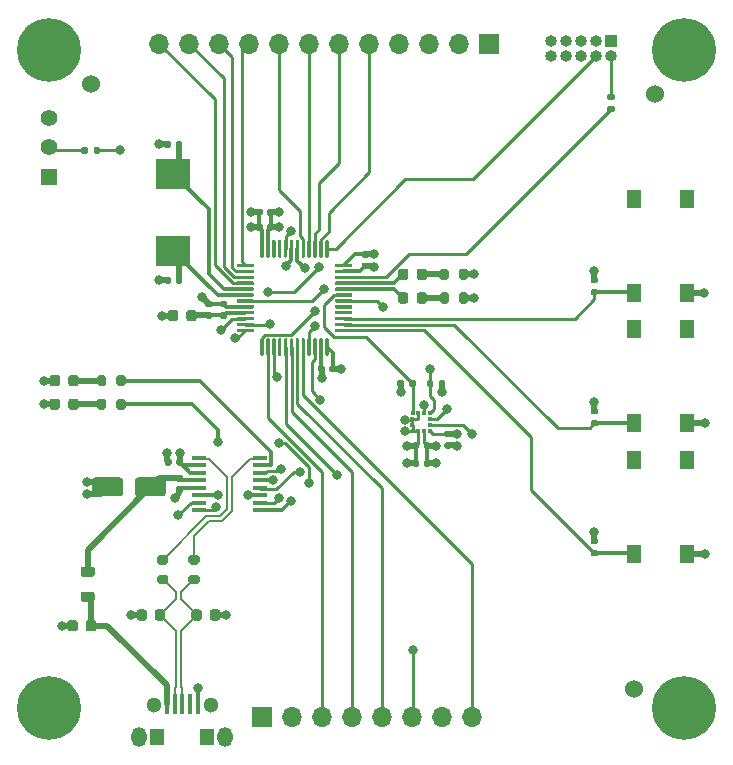
<source format=gbr>
%TF.GenerationSoftware,KiCad,Pcbnew,(5.1.9)-1*%
%TF.CreationDate,2021-05-17T17:29:25-07:00*%
%TF.ProjectId,dev_test_board_v1,6465765f-7465-4737-945f-626f6172645f,rev?*%
%TF.SameCoordinates,Original*%
%TF.FileFunction,Copper,L1,Top*%
%TF.FilePolarity,Positive*%
%FSLAX46Y46*%
G04 Gerber Fmt 4.6, Leading zero omitted, Abs format (unit mm)*
G04 Created by KiCad (PCBNEW (5.1.9)-1) date 2021-05-17 17:29:25*
%MOMM*%
%LPD*%
G01*
G04 APERTURE LIST*
%TA.AperFunction,SMDPad,CuDef*%
%ADD10R,1.275000X1.400000*%
%TD*%
%TA.AperFunction,ComponentPad*%
%ADD11C,1.300000*%
%TD*%
%TA.AperFunction,ComponentPad*%
%ADD12O,1.300000X1.700000*%
%TD*%
%TA.AperFunction,SMDPad,CuDef*%
%ADD13R,0.400000X1.750000*%
%TD*%
%TA.AperFunction,WasherPad*%
%ADD14C,1.524000*%
%TD*%
%TA.AperFunction,SMDPad,CuDef*%
%ADD15R,1.300000X1.550000*%
%TD*%
%TA.AperFunction,ComponentPad*%
%ADD16R,1.400000X1.400000*%
%TD*%
%TA.AperFunction,ComponentPad*%
%ADD17C,1.400000*%
%TD*%
%TA.AperFunction,ComponentPad*%
%ADD18C,5.400000*%
%TD*%
%TA.AperFunction,ComponentPad*%
%ADD19C,0.800000*%
%TD*%
%TA.AperFunction,ComponentPad*%
%ADD20R,1.000000X1.000000*%
%TD*%
%TA.AperFunction,ComponentPad*%
%ADD21O,1.000000X1.000000*%
%TD*%
%TA.AperFunction,ComponentPad*%
%ADD22R,1.700000X1.700000*%
%TD*%
%TA.AperFunction,ComponentPad*%
%ADD23O,1.700000X1.700000*%
%TD*%
%TA.AperFunction,SMDPad,CuDef*%
%ADD24R,1.200000X0.400000*%
%TD*%
%TA.AperFunction,SMDPad,CuDef*%
%ADD25R,0.350000X0.375000*%
%TD*%
%TA.AperFunction,SMDPad,CuDef*%
%ADD26R,0.375000X0.350000*%
%TD*%
%TA.AperFunction,SMDPad,CuDef*%
%ADD27R,3.000000X2.500000*%
%TD*%
%TA.AperFunction,ViaPad*%
%ADD28C,0.800000*%
%TD*%
%TA.AperFunction,Conductor*%
%ADD29C,0.500000*%
%TD*%
%TA.AperFunction,Conductor*%
%ADD30C,0.300000*%
%TD*%
%TA.AperFunction,Conductor*%
%ADD31C,0.250000*%
%TD*%
%TA.AperFunction,Conductor*%
%ADD32C,0.200000*%
%TD*%
G04 APERTURE END LIST*
D10*
%TO.P,J1,11*%
%TO.N,N/C*%
X202862500Y-127150000D03*
%TO.P,J1,10*%
X207137500Y-127150000D03*
D11*
%TO.P,J1,7*%
X202575000Y-124500000D03*
%TO.P,J1,6*%
%TO.N,Net-(J1-Pad6)*%
X207425000Y-124500000D03*
D12*
%TO.P,J1,9*%
%TO.N,N/C*%
X201375000Y-127150000D03*
%TO.P,J1,8*%
X208625000Y-127150000D03*
D13*
%TO.P,J1,1*%
%TO.N,Net-(C1-Pad1)*%
X203700000Y-124375000D03*
%TO.P,J1,5*%
%TO.N,GND*%
X206300000Y-124375000D03*
%TO.P,J1,4*%
%TO.N,Net-(J1-Pad4)*%
X205650000Y-124375000D03*
%TO.P,J1,2*%
%TO.N,USB_CONN_D-*%
X204350000Y-124375000D03*
%TO.P,J1,3*%
%TO.N,USB_CONN_D+*%
X205000000Y-124375000D03*
%TD*%
%TO.P,R2,2*%
%TO.N,USB_CONN_D-*%
%TA.AperFunction,SMDPad,CuDef*%
G36*
G01*
X203075000Y-113425000D02*
X203625000Y-113425000D01*
G75*
G02*
X203825000Y-113625000I0J-200000D01*
G01*
X203825000Y-114025000D01*
G75*
G02*
X203625000Y-114225000I-200000J0D01*
G01*
X203075000Y-114225000D01*
G75*
G02*
X202875000Y-114025000I0J200000D01*
G01*
X202875000Y-113625000D01*
G75*
G02*
X203075000Y-113425000I200000J0D01*
G01*
G37*
%TD.AperFunction*%
%TO.P,R2,1*%
%TO.N,USB_D-*%
%TA.AperFunction,SMDPad,CuDef*%
G36*
G01*
X203075000Y-111775000D02*
X203625000Y-111775000D01*
G75*
G02*
X203825000Y-111975000I0J-200000D01*
G01*
X203825000Y-112375000D01*
G75*
G02*
X203625000Y-112575000I-200000J0D01*
G01*
X203075000Y-112575000D01*
G75*
G02*
X202875000Y-112375000I0J200000D01*
G01*
X202875000Y-111975000D01*
G75*
G02*
X203075000Y-111775000I200000J0D01*
G01*
G37*
%TD.AperFunction*%
%TD*%
%TO.P,R1,2*%
%TO.N,USB_CONN_D+*%
%TA.AperFunction,SMDPad,CuDef*%
G36*
G01*
X205725000Y-113425000D02*
X206275000Y-113425000D01*
G75*
G02*
X206475000Y-113625000I0J-200000D01*
G01*
X206475000Y-114025000D01*
G75*
G02*
X206275000Y-114225000I-200000J0D01*
G01*
X205725000Y-114225000D01*
G75*
G02*
X205525000Y-114025000I0J200000D01*
G01*
X205525000Y-113625000D01*
G75*
G02*
X205725000Y-113425000I200000J0D01*
G01*
G37*
%TD.AperFunction*%
%TO.P,R1,1*%
%TO.N,USB_D+*%
%TA.AperFunction,SMDPad,CuDef*%
G36*
G01*
X205725000Y-111775000D02*
X206275000Y-111775000D01*
G75*
G02*
X206475000Y-111975000I0J-200000D01*
G01*
X206475000Y-112375000D01*
G75*
G02*
X206275000Y-112575000I-200000J0D01*
G01*
X205725000Y-112575000D01*
G75*
G02*
X205525000Y-112375000I0J200000D01*
G01*
X205525000Y-111975000D01*
G75*
G02*
X205725000Y-111775000I200000J0D01*
G01*
G37*
%TD.AperFunction*%
%TD*%
D14*
%TO.P,REF\u002A\u002A,*%
%TO.N,*%
X243250000Y-123150000D03*
%TD*%
%TO.P,REF\u002A\u002A,*%
%TO.N,*%
X197300000Y-71850000D03*
%TD*%
%TO.P,REF\u002A\u002A,*%
%TO.N,*%
X197300000Y-71850000D03*
%TD*%
%TO.P,REF\u002A\u002A,*%
%TO.N,*%
X245000000Y-72750000D03*
%TD*%
%TO.P,R13,2*%
%TO.N,SW_GP3*%
%TA.AperFunction,SMDPad,CuDef*%
G36*
G01*
X239715000Y-89240000D02*
X240085000Y-89240000D01*
G75*
G02*
X240220000Y-89375000I0J-135000D01*
G01*
X240220000Y-89645000D01*
G75*
G02*
X240085000Y-89780000I-135000J0D01*
G01*
X239715000Y-89780000D01*
G75*
G02*
X239580000Y-89645000I0J135000D01*
G01*
X239580000Y-89375000D01*
G75*
G02*
X239715000Y-89240000I135000J0D01*
G01*
G37*
%TD.AperFunction*%
%TO.P,R13,1*%
%TO.N,GND*%
%TA.AperFunction,SMDPad,CuDef*%
G36*
G01*
X239715000Y-88220000D02*
X240085000Y-88220000D01*
G75*
G02*
X240220000Y-88355000I0J-135000D01*
G01*
X240220000Y-88625000D01*
G75*
G02*
X240085000Y-88760000I-135000J0D01*
G01*
X239715000Y-88760000D01*
G75*
G02*
X239580000Y-88625000I0J135000D01*
G01*
X239580000Y-88355000D01*
G75*
G02*
X239715000Y-88220000I135000J0D01*
G01*
G37*
%TD.AperFunction*%
%TD*%
%TO.P,R12,2*%
%TO.N,SW_GP2*%
%TA.AperFunction,SMDPad,CuDef*%
G36*
G01*
X239715000Y-100340000D02*
X240085000Y-100340000D01*
G75*
G02*
X240220000Y-100475000I0J-135000D01*
G01*
X240220000Y-100745000D01*
G75*
G02*
X240085000Y-100880000I-135000J0D01*
G01*
X239715000Y-100880000D01*
G75*
G02*
X239580000Y-100745000I0J135000D01*
G01*
X239580000Y-100475000D01*
G75*
G02*
X239715000Y-100340000I135000J0D01*
G01*
G37*
%TD.AperFunction*%
%TO.P,R12,1*%
%TO.N,GND*%
%TA.AperFunction,SMDPad,CuDef*%
G36*
G01*
X239715000Y-99320000D02*
X240085000Y-99320000D01*
G75*
G02*
X240220000Y-99455000I0J-135000D01*
G01*
X240220000Y-99725000D01*
G75*
G02*
X240085000Y-99860000I-135000J0D01*
G01*
X239715000Y-99860000D01*
G75*
G02*
X239580000Y-99725000I0J135000D01*
G01*
X239580000Y-99455000D01*
G75*
G02*
X239715000Y-99320000I135000J0D01*
G01*
G37*
%TD.AperFunction*%
%TD*%
%TO.P,R11,2*%
%TO.N,SW_GP1*%
%TA.AperFunction,SMDPad,CuDef*%
G36*
G01*
X239715000Y-111340000D02*
X240085000Y-111340000D01*
G75*
G02*
X240220000Y-111475000I0J-135000D01*
G01*
X240220000Y-111745000D01*
G75*
G02*
X240085000Y-111880000I-135000J0D01*
G01*
X239715000Y-111880000D01*
G75*
G02*
X239580000Y-111745000I0J135000D01*
G01*
X239580000Y-111475000D01*
G75*
G02*
X239715000Y-111340000I135000J0D01*
G01*
G37*
%TD.AperFunction*%
%TO.P,R11,1*%
%TO.N,GND*%
%TA.AperFunction,SMDPad,CuDef*%
G36*
G01*
X239715000Y-110320000D02*
X240085000Y-110320000D01*
G75*
G02*
X240220000Y-110455000I0J-135000D01*
G01*
X240220000Y-110725000D01*
G75*
G02*
X240085000Y-110860000I-135000J0D01*
G01*
X239715000Y-110860000D01*
G75*
G02*
X239580000Y-110725000I0J135000D01*
G01*
X239580000Y-110455000D01*
G75*
G02*
X239715000Y-110320000I135000J0D01*
G01*
G37*
%TD.AperFunction*%
%TD*%
D15*
%TO.P,SW4,2*%
%TO.N,+3V3*%
X247740000Y-81605000D03*
%TO.P,SW4,1*%
%TO.N,SW_GP3*%
X243240000Y-81605000D03*
X243240000Y-89555000D03*
%TO.P,SW4,2*%
%TO.N,+3V3*%
X247740000Y-89555000D03*
%TD*%
%TO.P,SW3,2*%
%TO.N,+3V3*%
X247740000Y-92655000D03*
%TO.P,SW3,1*%
%TO.N,SW_GP2*%
X243240000Y-92655000D03*
X243240000Y-100605000D03*
%TO.P,SW3,2*%
%TO.N,+3V3*%
X247740000Y-100605000D03*
%TD*%
%TO.P,D2,2*%
%TO.N,+3V3*%
%TA.AperFunction,SMDPad,CuDef*%
G36*
G01*
X194650000Y-98743750D02*
X194650000Y-99256250D01*
G75*
G02*
X194431250Y-99475000I-218750J0D01*
G01*
X193993750Y-99475000D01*
G75*
G02*
X193775000Y-99256250I0J218750D01*
G01*
X193775000Y-98743750D01*
G75*
G02*
X193993750Y-98525000I218750J0D01*
G01*
X194431250Y-98525000D01*
G75*
G02*
X194650000Y-98743750I0J-218750D01*
G01*
G37*
%TD.AperFunction*%
%TO.P,D2,1*%
%TO.N,Net-(D2-Pad1)*%
%TA.AperFunction,SMDPad,CuDef*%
G36*
G01*
X196225000Y-98743750D02*
X196225000Y-99256250D01*
G75*
G02*
X196006250Y-99475000I-218750J0D01*
G01*
X195568750Y-99475000D01*
G75*
G02*
X195350000Y-99256250I0J218750D01*
G01*
X195350000Y-98743750D01*
G75*
G02*
X195568750Y-98525000I218750J0D01*
G01*
X196006250Y-98525000D01*
G75*
G02*
X196225000Y-98743750I0J-218750D01*
G01*
G37*
%TD.AperFunction*%
%TD*%
%TO.P,D3,1*%
%TO.N,Net-(D3-Pad1)*%
%TA.AperFunction,SMDPad,CuDef*%
G36*
G01*
X196225000Y-96743750D02*
X196225000Y-97256250D01*
G75*
G02*
X196006250Y-97475000I-218750J0D01*
G01*
X195568750Y-97475000D01*
G75*
G02*
X195350000Y-97256250I0J218750D01*
G01*
X195350000Y-96743750D01*
G75*
G02*
X195568750Y-96525000I218750J0D01*
G01*
X196006250Y-96525000D01*
G75*
G02*
X196225000Y-96743750I0J-218750D01*
G01*
G37*
%TD.AperFunction*%
%TO.P,D3,2*%
%TO.N,+3V3*%
%TA.AperFunction,SMDPad,CuDef*%
G36*
G01*
X194650000Y-96743750D02*
X194650000Y-97256250D01*
G75*
G02*
X194431250Y-97475000I-218750J0D01*
G01*
X193993750Y-97475000D01*
G75*
G02*
X193775000Y-97256250I0J218750D01*
G01*
X193775000Y-96743750D01*
G75*
G02*
X193993750Y-96525000I218750J0D01*
G01*
X194431250Y-96525000D01*
G75*
G02*
X194650000Y-96743750I0J-218750D01*
G01*
G37*
%TD.AperFunction*%
%TD*%
%TO.P,R4,1*%
%TO.N,Net-(D3-Pad1)*%
%TA.AperFunction,SMDPad,CuDef*%
G36*
G01*
X197775000Y-97275000D02*
X197775000Y-96725000D01*
G75*
G02*
X197975000Y-96525000I200000J0D01*
G01*
X198375000Y-96525000D01*
G75*
G02*
X198575000Y-96725000I0J-200000D01*
G01*
X198575000Y-97275000D01*
G75*
G02*
X198375000Y-97475000I-200000J0D01*
G01*
X197975000Y-97475000D01*
G75*
G02*
X197775000Y-97275000I0J200000D01*
G01*
G37*
%TD.AperFunction*%
%TO.P,R4,2*%
%TO.N,LED_USB_TX*%
%TA.AperFunction,SMDPad,CuDef*%
G36*
G01*
X199425000Y-97275000D02*
X199425000Y-96725000D01*
G75*
G02*
X199625000Y-96525000I200000J0D01*
G01*
X200025000Y-96525000D01*
G75*
G02*
X200225000Y-96725000I0J-200000D01*
G01*
X200225000Y-97275000D01*
G75*
G02*
X200025000Y-97475000I-200000J0D01*
G01*
X199625000Y-97475000D01*
G75*
G02*
X199425000Y-97275000I0J200000D01*
G01*
G37*
%TD.AperFunction*%
%TD*%
%TO.P,R3,2*%
%TO.N,LED_USB_RX*%
%TA.AperFunction,SMDPad,CuDef*%
G36*
G01*
X199425000Y-99275000D02*
X199425000Y-98725000D01*
G75*
G02*
X199625000Y-98525000I200000J0D01*
G01*
X200025000Y-98525000D01*
G75*
G02*
X200225000Y-98725000I0J-200000D01*
G01*
X200225000Y-99275000D01*
G75*
G02*
X200025000Y-99475000I-200000J0D01*
G01*
X199625000Y-99475000D01*
G75*
G02*
X199425000Y-99275000I0J200000D01*
G01*
G37*
%TD.AperFunction*%
%TO.P,R3,1*%
%TO.N,Net-(D2-Pad1)*%
%TA.AperFunction,SMDPad,CuDef*%
G36*
G01*
X197775000Y-99275000D02*
X197775000Y-98725000D01*
G75*
G02*
X197975000Y-98525000I200000J0D01*
G01*
X198375000Y-98525000D01*
G75*
G02*
X198575000Y-98725000I0J-200000D01*
G01*
X198575000Y-99275000D01*
G75*
G02*
X198375000Y-99475000I-200000J0D01*
G01*
X197975000Y-99475000D01*
G75*
G02*
X197775000Y-99275000I0J200000D01*
G01*
G37*
%TD.AperFunction*%
%TD*%
D16*
%TO.P,SW1,1*%
%TO.N,+3V3*%
X193750000Y-79750000D03*
D17*
%TO.P,SW1,2*%
%TO.N,Net-(R5-Pad1)*%
X193750000Y-77250000D03*
%TO.P,SW1,3*%
%TO.N,GND*%
X193750000Y-74750000D03*
%TD*%
%TO.P,C1,1*%
%TO.N,Net-(C1-Pad1)*%
%TA.AperFunction,SMDPad,CuDef*%
G36*
G01*
X197725000Y-117500000D02*
X197725000Y-118000000D01*
G75*
G02*
X197500000Y-118225000I-225000J0D01*
G01*
X197050000Y-118225000D01*
G75*
G02*
X196825000Y-118000000I0J225000D01*
G01*
X196825000Y-117500000D01*
G75*
G02*
X197050000Y-117275000I225000J0D01*
G01*
X197500000Y-117275000D01*
G75*
G02*
X197725000Y-117500000I0J-225000D01*
G01*
G37*
%TD.AperFunction*%
%TO.P,C1,2*%
%TO.N,GND*%
%TA.AperFunction,SMDPad,CuDef*%
G36*
G01*
X196175000Y-117500000D02*
X196175000Y-118000000D01*
G75*
G02*
X195950000Y-118225000I-225000J0D01*
G01*
X195500000Y-118225000D01*
G75*
G02*
X195275000Y-118000000I0J225000D01*
G01*
X195275000Y-117500000D01*
G75*
G02*
X195500000Y-117275000I225000J0D01*
G01*
X195950000Y-117275000D01*
G75*
G02*
X196175000Y-117500000I0J-225000D01*
G01*
G37*
%TD.AperFunction*%
%TD*%
%TO.P,C2,1*%
%TO.N,+5V*%
%TA.AperFunction,SMDPad,CuDef*%
G36*
G01*
X203600000Y-105450000D02*
X203600000Y-106550000D01*
G75*
G02*
X203350000Y-106800000I-250000J0D01*
G01*
X201250000Y-106800000D01*
G75*
G02*
X201000000Y-106550000I0J250000D01*
G01*
X201000000Y-105450000D01*
G75*
G02*
X201250000Y-105200000I250000J0D01*
G01*
X203350000Y-105200000D01*
G75*
G02*
X203600000Y-105450000I0J-250000D01*
G01*
G37*
%TD.AperFunction*%
%TO.P,C2,2*%
%TO.N,GND*%
%TA.AperFunction,SMDPad,CuDef*%
G36*
G01*
X200000000Y-105450000D02*
X200000000Y-106550000D01*
G75*
G02*
X199750000Y-106800000I-250000J0D01*
G01*
X197650000Y-106800000D01*
G75*
G02*
X197400000Y-106550000I0J250000D01*
G01*
X197400000Y-105450000D01*
G75*
G02*
X197650000Y-105200000I250000J0D01*
G01*
X199750000Y-105200000D01*
G75*
G02*
X200000000Y-105450000I0J-250000D01*
G01*
G37*
%TD.AperFunction*%
%TD*%
%TO.P,C3,1*%
%TO.N,+5V*%
%TA.AperFunction,SMDPad,CuDef*%
G36*
G01*
X204580000Y-104990000D02*
X204920000Y-104990000D01*
G75*
G02*
X205060000Y-105130000I0J-140000D01*
G01*
X205060000Y-105410000D01*
G75*
G02*
X204920000Y-105550000I-140000J0D01*
G01*
X204580000Y-105550000D01*
G75*
G02*
X204440000Y-105410000I0J140000D01*
G01*
X204440000Y-105130000D01*
G75*
G02*
X204580000Y-104990000I140000J0D01*
G01*
G37*
%TD.AperFunction*%
%TO.P,C3,2*%
%TO.N,GND*%
%TA.AperFunction,SMDPad,CuDef*%
G36*
G01*
X204580000Y-105950000D02*
X204920000Y-105950000D01*
G75*
G02*
X205060000Y-106090000I0J-140000D01*
G01*
X205060000Y-106370000D01*
G75*
G02*
X204920000Y-106510000I-140000J0D01*
G01*
X204580000Y-106510000D01*
G75*
G02*
X204440000Y-106370000I0J140000D01*
G01*
X204440000Y-106090000D01*
G75*
G02*
X204580000Y-105950000I140000J0D01*
G01*
G37*
%TD.AperFunction*%
%TD*%
%TO.P,C4,2*%
%TO.N,GND*%
%TA.AperFunction,SMDPad,CuDef*%
G36*
G01*
X204100000Y-103730000D02*
X204100000Y-104070000D01*
G75*
G02*
X203960000Y-104210000I-140000J0D01*
G01*
X203680000Y-104210000D01*
G75*
G02*
X203540000Y-104070000I0J140000D01*
G01*
X203540000Y-103730000D01*
G75*
G02*
X203680000Y-103590000I140000J0D01*
G01*
X203960000Y-103590000D01*
G75*
G02*
X204100000Y-103730000I0J-140000D01*
G01*
G37*
%TD.AperFunction*%
%TO.P,C4,1*%
%TO.N,+3V3*%
%TA.AperFunction,SMDPad,CuDef*%
G36*
G01*
X205060000Y-103730000D02*
X205060000Y-104070000D01*
G75*
G02*
X204920000Y-104210000I-140000J0D01*
G01*
X204640000Y-104210000D01*
G75*
G02*
X204500000Y-104070000I0J140000D01*
G01*
X204500000Y-103730000D01*
G75*
G02*
X204640000Y-103590000I140000J0D01*
G01*
X204920000Y-103590000D01*
G75*
G02*
X205060000Y-103730000I0J-140000D01*
G01*
G37*
%TD.AperFunction*%
%TD*%
%TO.P,C5,1*%
%TO.N,GND*%
%TA.AperFunction,SMDPad,CuDef*%
G36*
G01*
X208225000Y-116600000D02*
X208225000Y-117100000D01*
G75*
G02*
X208000000Y-117325000I-225000J0D01*
G01*
X207550000Y-117325000D01*
G75*
G02*
X207325000Y-117100000I0J225000D01*
G01*
X207325000Y-116600000D01*
G75*
G02*
X207550000Y-116375000I225000J0D01*
G01*
X208000000Y-116375000D01*
G75*
G02*
X208225000Y-116600000I0J-225000D01*
G01*
G37*
%TD.AperFunction*%
%TO.P,C5,2*%
%TO.N,USB_CONN_D+*%
%TA.AperFunction,SMDPad,CuDef*%
G36*
G01*
X206675000Y-116600000D02*
X206675000Y-117100000D01*
G75*
G02*
X206450000Y-117325000I-225000J0D01*
G01*
X206000000Y-117325000D01*
G75*
G02*
X205775000Y-117100000I0J225000D01*
G01*
X205775000Y-116600000D01*
G75*
G02*
X206000000Y-116375000I225000J0D01*
G01*
X206450000Y-116375000D01*
G75*
G02*
X206675000Y-116600000I0J-225000D01*
G01*
G37*
%TD.AperFunction*%
%TD*%
%TO.P,C6,2*%
%TO.N,GND*%
%TA.AperFunction,SMDPad,CuDef*%
G36*
G01*
X202025000Y-116600000D02*
X202025000Y-117100000D01*
G75*
G02*
X201800000Y-117325000I-225000J0D01*
G01*
X201350000Y-117325000D01*
G75*
G02*
X201125000Y-117100000I0J225000D01*
G01*
X201125000Y-116600000D01*
G75*
G02*
X201350000Y-116375000I225000J0D01*
G01*
X201800000Y-116375000D01*
G75*
G02*
X202025000Y-116600000I0J-225000D01*
G01*
G37*
%TD.AperFunction*%
%TO.P,C6,1*%
%TO.N,USB_CONN_D-*%
%TA.AperFunction,SMDPad,CuDef*%
G36*
G01*
X203575000Y-116600000D02*
X203575000Y-117100000D01*
G75*
G02*
X203350000Y-117325000I-225000J0D01*
G01*
X202900000Y-117325000D01*
G75*
G02*
X202675000Y-117100000I0J225000D01*
G01*
X202675000Y-116600000D01*
G75*
G02*
X202900000Y-116375000I225000J0D01*
G01*
X203350000Y-116375000D01*
G75*
G02*
X203575000Y-116600000I0J-225000D01*
G01*
G37*
%TD.AperFunction*%
%TD*%
%TO.P,C7,1*%
%TO.N,+3V3*%
%TA.AperFunction,SMDPad,CuDef*%
G36*
G01*
X211240000Y-82920000D02*
X211240000Y-82580000D01*
G75*
G02*
X211380000Y-82440000I140000J0D01*
G01*
X211660000Y-82440000D01*
G75*
G02*
X211800000Y-82580000I0J-140000D01*
G01*
X211800000Y-82920000D01*
G75*
G02*
X211660000Y-83060000I-140000J0D01*
G01*
X211380000Y-83060000D01*
G75*
G02*
X211240000Y-82920000I0J140000D01*
G01*
G37*
%TD.AperFunction*%
%TO.P,C7,2*%
%TO.N,GND*%
%TA.AperFunction,SMDPad,CuDef*%
G36*
G01*
X212200000Y-82920000D02*
X212200000Y-82580000D01*
G75*
G02*
X212340000Y-82440000I140000J0D01*
G01*
X212620000Y-82440000D01*
G75*
G02*
X212760000Y-82580000I0J-140000D01*
G01*
X212760000Y-82920000D01*
G75*
G02*
X212620000Y-83060000I-140000J0D01*
G01*
X212340000Y-83060000D01*
G75*
G02*
X212200000Y-82920000I0J140000D01*
G01*
G37*
%TD.AperFunction*%
%TD*%
%TO.P,C8,2*%
%TO.N,GND*%
%TA.AperFunction,SMDPad,CuDef*%
G36*
G01*
X212200000Y-84170000D02*
X212200000Y-83830000D01*
G75*
G02*
X212340000Y-83690000I140000J0D01*
G01*
X212620000Y-83690000D01*
G75*
G02*
X212760000Y-83830000I0J-140000D01*
G01*
X212760000Y-84170000D01*
G75*
G02*
X212620000Y-84310000I-140000J0D01*
G01*
X212340000Y-84310000D01*
G75*
G02*
X212200000Y-84170000I0J140000D01*
G01*
G37*
%TD.AperFunction*%
%TO.P,C8,1*%
%TO.N,+3V3*%
%TA.AperFunction,SMDPad,CuDef*%
G36*
G01*
X211240000Y-84170000D02*
X211240000Y-83830000D01*
G75*
G02*
X211380000Y-83690000I140000J0D01*
G01*
X211660000Y-83690000D01*
G75*
G02*
X211800000Y-83830000I0J-140000D01*
G01*
X211800000Y-84170000D01*
G75*
G02*
X211660000Y-84310000I-140000J0D01*
G01*
X211380000Y-84310000D01*
G75*
G02*
X211240000Y-84170000I0J140000D01*
G01*
G37*
%TD.AperFunction*%
%TD*%
%TO.P,C9,1*%
%TO.N,+3V3*%
%TA.AperFunction,SMDPad,CuDef*%
G36*
G01*
X220330000Y-86040000D02*
X220670000Y-86040000D01*
G75*
G02*
X220810000Y-86180000I0J-140000D01*
G01*
X220810000Y-86460000D01*
G75*
G02*
X220670000Y-86600000I-140000J0D01*
G01*
X220330000Y-86600000D01*
G75*
G02*
X220190000Y-86460000I0J140000D01*
G01*
X220190000Y-86180000D01*
G75*
G02*
X220330000Y-86040000I140000J0D01*
G01*
G37*
%TD.AperFunction*%
%TO.P,C9,2*%
%TO.N,GND*%
%TA.AperFunction,SMDPad,CuDef*%
G36*
G01*
X220330000Y-87000000D02*
X220670000Y-87000000D01*
G75*
G02*
X220810000Y-87140000I0J-140000D01*
G01*
X220810000Y-87420000D01*
G75*
G02*
X220670000Y-87560000I-140000J0D01*
G01*
X220330000Y-87560000D01*
G75*
G02*
X220190000Y-87420000I0J140000D01*
G01*
X220190000Y-87140000D01*
G75*
G02*
X220330000Y-87000000I140000J0D01*
G01*
G37*
%TD.AperFunction*%
%TD*%
%TO.P,C10,1*%
%TO.N,+3V3*%
%TA.AperFunction,SMDPad,CuDef*%
G36*
G01*
X218010000Y-95830000D02*
X218010000Y-96170000D01*
G75*
G02*
X217870000Y-96310000I-140000J0D01*
G01*
X217590000Y-96310000D01*
G75*
G02*
X217450000Y-96170000I0J140000D01*
G01*
X217450000Y-95830000D01*
G75*
G02*
X217590000Y-95690000I140000J0D01*
G01*
X217870000Y-95690000D01*
G75*
G02*
X218010000Y-95830000I0J-140000D01*
G01*
G37*
%TD.AperFunction*%
%TO.P,C10,2*%
%TO.N,GND*%
%TA.AperFunction,SMDPad,CuDef*%
G36*
G01*
X217050000Y-95830000D02*
X217050000Y-96170000D01*
G75*
G02*
X216910000Y-96310000I-140000J0D01*
G01*
X216630000Y-96310000D01*
G75*
G02*
X216490000Y-96170000I0J140000D01*
G01*
X216490000Y-95830000D01*
G75*
G02*
X216630000Y-95690000I140000J0D01*
G01*
X216910000Y-95690000D01*
G75*
G02*
X217050000Y-95830000I0J-140000D01*
G01*
G37*
%TD.AperFunction*%
%TD*%
%TO.P,C11,2*%
%TO.N,GND*%
%TA.AperFunction,SMDPad,CuDef*%
G36*
G01*
X207420000Y-90800000D02*
X207080000Y-90800000D01*
G75*
G02*
X206940000Y-90660000I0J140000D01*
G01*
X206940000Y-90380000D01*
G75*
G02*
X207080000Y-90240000I140000J0D01*
G01*
X207420000Y-90240000D01*
G75*
G02*
X207560000Y-90380000I0J-140000D01*
G01*
X207560000Y-90660000D01*
G75*
G02*
X207420000Y-90800000I-140000J0D01*
G01*
G37*
%TD.AperFunction*%
%TO.P,C11,1*%
%TO.N,+3.3VA*%
%TA.AperFunction,SMDPad,CuDef*%
G36*
G01*
X207420000Y-91760000D02*
X207080000Y-91760000D01*
G75*
G02*
X206940000Y-91620000I0J140000D01*
G01*
X206940000Y-91340000D01*
G75*
G02*
X207080000Y-91200000I140000J0D01*
G01*
X207420000Y-91200000D01*
G75*
G02*
X207560000Y-91340000I0J-140000D01*
G01*
X207560000Y-91620000D01*
G75*
G02*
X207420000Y-91760000I-140000J0D01*
G01*
G37*
%TD.AperFunction*%
%TD*%
%TO.P,C12,1*%
%TO.N,+3.3VA*%
%TA.AperFunction,SMDPad,CuDef*%
G36*
G01*
X208670000Y-91760000D02*
X208330000Y-91760000D01*
G75*
G02*
X208190000Y-91620000I0J140000D01*
G01*
X208190000Y-91340000D01*
G75*
G02*
X208330000Y-91200000I140000J0D01*
G01*
X208670000Y-91200000D01*
G75*
G02*
X208810000Y-91340000I0J-140000D01*
G01*
X208810000Y-91620000D01*
G75*
G02*
X208670000Y-91760000I-140000J0D01*
G01*
G37*
%TD.AperFunction*%
%TO.P,C12,2*%
%TO.N,GND*%
%TA.AperFunction,SMDPad,CuDef*%
G36*
G01*
X208670000Y-90800000D02*
X208330000Y-90800000D01*
G75*
G02*
X208190000Y-90660000I0J140000D01*
G01*
X208190000Y-90380000D01*
G75*
G02*
X208330000Y-90240000I140000J0D01*
G01*
X208670000Y-90240000D01*
G75*
G02*
X208810000Y-90380000I0J-140000D01*
G01*
X208810000Y-90660000D01*
G75*
G02*
X208670000Y-90800000I-140000J0D01*
G01*
G37*
%TD.AperFunction*%
%TD*%
%TO.P,C13,1*%
%TO.N,HSE_OCC_IN*%
%TA.AperFunction,SMDPad,CuDef*%
G36*
G01*
X205010000Y-76830000D02*
X205010000Y-77170000D01*
G75*
G02*
X204870000Y-77310000I-140000J0D01*
G01*
X204590000Y-77310000D01*
G75*
G02*
X204450000Y-77170000I0J140000D01*
G01*
X204450000Y-76830000D01*
G75*
G02*
X204590000Y-76690000I140000J0D01*
G01*
X204870000Y-76690000D01*
G75*
G02*
X205010000Y-76830000I0J-140000D01*
G01*
G37*
%TD.AperFunction*%
%TO.P,C13,2*%
%TO.N,GND*%
%TA.AperFunction,SMDPad,CuDef*%
G36*
G01*
X204050000Y-76830000D02*
X204050000Y-77170000D01*
G75*
G02*
X203910000Y-77310000I-140000J0D01*
G01*
X203630000Y-77310000D01*
G75*
G02*
X203490000Y-77170000I0J140000D01*
G01*
X203490000Y-76830000D01*
G75*
G02*
X203630000Y-76690000I140000J0D01*
G01*
X203910000Y-76690000D01*
G75*
G02*
X204050000Y-76830000I0J-140000D01*
G01*
G37*
%TD.AperFunction*%
%TD*%
%TO.P,C14,1*%
%TO.N,HSE_OCC_OUT*%
%TA.AperFunction,SMDPad,CuDef*%
G36*
G01*
X205010000Y-88330000D02*
X205010000Y-88670000D01*
G75*
G02*
X204870000Y-88810000I-140000J0D01*
G01*
X204590000Y-88810000D01*
G75*
G02*
X204450000Y-88670000I0J140000D01*
G01*
X204450000Y-88330000D01*
G75*
G02*
X204590000Y-88190000I140000J0D01*
G01*
X204870000Y-88190000D01*
G75*
G02*
X205010000Y-88330000I0J-140000D01*
G01*
G37*
%TD.AperFunction*%
%TO.P,C14,2*%
%TO.N,GND*%
%TA.AperFunction,SMDPad,CuDef*%
G36*
G01*
X204050000Y-88330000D02*
X204050000Y-88670000D01*
G75*
G02*
X203910000Y-88810000I-140000J0D01*
G01*
X203630000Y-88810000D01*
G75*
G02*
X203490000Y-88670000I0J140000D01*
G01*
X203490000Y-88330000D01*
G75*
G02*
X203630000Y-88190000I140000J0D01*
G01*
X203910000Y-88190000D01*
G75*
G02*
X204050000Y-88330000I0J-140000D01*
G01*
G37*
%TD.AperFunction*%
%TD*%
%TO.P,C15,2*%
%TO.N,GND*%
%TA.AperFunction,SMDPad,CuDef*%
G36*
G01*
X225050000Y-103830000D02*
X225050000Y-104170000D01*
G75*
G02*
X224910000Y-104310000I-140000J0D01*
G01*
X224630000Y-104310000D01*
G75*
G02*
X224490000Y-104170000I0J140000D01*
G01*
X224490000Y-103830000D01*
G75*
G02*
X224630000Y-103690000I140000J0D01*
G01*
X224910000Y-103690000D01*
G75*
G02*
X225050000Y-103830000I0J-140000D01*
G01*
G37*
%TD.AperFunction*%
%TO.P,C15,1*%
%TO.N,+3V3*%
%TA.AperFunction,SMDPad,CuDef*%
G36*
G01*
X226010000Y-103830000D02*
X226010000Y-104170000D01*
G75*
G02*
X225870000Y-104310000I-140000J0D01*
G01*
X225590000Y-104310000D01*
G75*
G02*
X225450000Y-104170000I0J140000D01*
G01*
X225450000Y-103830000D01*
G75*
G02*
X225590000Y-103690000I140000J0D01*
G01*
X225870000Y-103690000D01*
G75*
G02*
X226010000Y-103830000I0J-140000D01*
G01*
G37*
%TD.AperFunction*%
%TD*%
%TO.P,C16,2*%
%TO.N,GND*%
%TA.AperFunction,SMDPad,CuDef*%
G36*
G01*
X225050000Y-102330000D02*
X225050000Y-102670000D01*
G75*
G02*
X224910000Y-102810000I-140000J0D01*
G01*
X224630000Y-102810000D01*
G75*
G02*
X224490000Y-102670000I0J140000D01*
G01*
X224490000Y-102330000D01*
G75*
G02*
X224630000Y-102190000I140000J0D01*
G01*
X224910000Y-102190000D01*
G75*
G02*
X225050000Y-102330000I0J-140000D01*
G01*
G37*
%TD.AperFunction*%
%TO.P,C16,1*%
%TO.N,+3V3*%
%TA.AperFunction,SMDPad,CuDef*%
G36*
G01*
X226010000Y-102330000D02*
X226010000Y-102670000D01*
G75*
G02*
X225870000Y-102810000I-140000J0D01*
G01*
X225590000Y-102810000D01*
G75*
G02*
X225450000Y-102670000I0J140000D01*
G01*
X225450000Y-102330000D01*
G75*
G02*
X225590000Y-102190000I140000J0D01*
G01*
X225870000Y-102190000D01*
G75*
G02*
X226010000Y-102330000I0J-140000D01*
G01*
G37*
%TD.AperFunction*%
%TD*%
%TO.P,C17,2*%
%TO.N,GND*%
%TA.AperFunction,SMDPad,CuDef*%
G36*
G01*
X227330000Y-102200000D02*
X227670000Y-102200000D01*
G75*
G02*
X227810000Y-102340000I0J-140000D01*
G01*
X227810000Y-102620000D01*
G75*
G02*
X227670000Y-102760000I-140000J0D01*
G01*
X227330000Y-102760000D01*
G75*
G02*
X227190000Y-102620000I0J140000D01*
G01*
X227190000Y-102340000D01*
G75*
G02*
X227330000Y-102200000I140000J0D01*
G01*
G37*
%TD.AperFunction*%
%TO.P,C17,1*%
%TO.N,+3V3*%
%TA.AperFunction,SMDPad,CuDef*%
G36*
G01*
X227330000Y-101240000D02*
X227670000Y-101240000D01*
G75*
G02*
X227810000Y-101380000I0J-140000D01*
G01*
X227810000Y-101660000D01*
G75*
G02*
X227670000Y-101800000I-140000J0D01*
G01*
X227330000Y-101800000D01*
G75*
G02*
X227190000Y-101660000I0J140000D01*
G01*
X227190000Y-101380000D01*
G75*
G02*
X227330000Y-101240000I140000J0D01*
G01*
G37*
%TD.AperFunction*%
%TD*%
%TO.P,D4,2*%
%TO.N,LED_STATUS*%
%TA.AperFunction,SMDPad,CuDef*%
G36*
G01*
X224150000Y-87743750D02*
X224150000Y-88256250D01*
G75*
G02*
X223931250Y-88475000I-218750J0D01*
G01*
X223493750Y-88475000D01*
G75*
G02*
X223275000Y-88256250I0J218750D01*
G01*
X223275000Y-87743750D01*
G75*
G02*
X223493750Y-87525000I218750J0D01*
G01*
X223931250Y-87525000D01*
G75*
G02*
X224150000Y-87743750I0J-218750D01*
G01*
G37*
%TD.AperFunction*%
%TO.P,D4,1*%
%TO.N,Net-(D4-Pad1)*%
%TA.AperFunction,SMDPad,CuDef*%
G36*
G01*
X225725000Y-87743750D02*
X225725000Y-88256250D01*
G75*
G02*
X225506250Y-88475000I-218750J0D01*
G01*
X225068750Y-88475000D01*
G75*
G02*
X224850000Y-88256250I0J218750D01*
G01*
X224850000Y-87743750D01*
G75*
G02*
X225068750Y-87525000I218750J0D01*
G01*
X225506250Y-87525000D01*
G75*
G02*
X225725000Y-87743750I0J-218750D01*
G01*
G37*
%TD.AperFunction*%
%TD*%
%TO.P,D5,1*%
%TO.N,Net-(D5-Pad1)*%
%TA.AperFunction,SMDPad,CuDef*%
G36*
G01*
X225725000Y-89743750D02*
X225725000Y-90256250D01*
G75*
G02*
X225506250Y-90475000I-218750J0D01*
G01*
X225068750Y-90475000D01*
G75*
G02*
X224850000Y-90256250I0J218750D01*
G01*
X224850000Y-89743750D01*
G75*
G02*
X225068750Y-89525000I218750J0D01*
G01*
X225506250Y-89525000D01*
G75*
G02*
X225725000Y-89743750I0J-218750D01*
G01*
G37*
%TD.AperFunction*%
%TO.P,D5,2*%
%TO.N,LED_GP*%
%TA.AperFunction,SMDPad,CuDef*%
G36*
G01*
X224150000Y-89743750D02*
X224150000Y-90256250D01*
G75*
G02*
X223931250Y-90475000I-218750J0D01*
G01*
X223493750Y-90475000D01*
G75*
G02*
X223275000Y-90256250I0J218750D01*
G01*
X223275000Y-89743750D01*
G75*
G02*
X223493750Y-89525000I218750J0D01*
G01*
X223931250Y-89525000D01*
G75*
G02*
X224150000Y-89743750I0J-218750D01*
G01*
G37*
%TD.AperFunction*%
%TD*%
%TO.P,FB1,1*%
%TO.N,+5V*%
%TA.AperFunction,SMDPad,CuDef*%
G36*
G01*
X196618750Y-112750000D02*
X197381250Y-112750000D01*
G75*
G02*
X197600000Y-112968750I0J-218750D01*
G01*
X197600000Y-113406250D01*
G75*
G02*
X197381250Y-113625000I-218750J0D01*
G01*
X196618750Y-113625000D01*
G75*
G02*
X196400000Y-113406250I0J218750D01*
G01*
X196400000Y-112968750D01*
G75*
G02*
X196618750Y-112750000I218750J0D01*
G01*
G37*
%TD.AperFunction*%
%TO.P,FB1,2*%
%TO.N,Net-(C1-Pad1)*%
%TA.AperFunction,SMDPad,CuDef*%
G36*
G01*
X196618750Y-114875000D02*
X197381250Y-114875000D01*
G75*
G02*
X197600000Y-115093750I0J-218750D01*
G01*
X197600000Y-115531250D01*
G75*
G02*
X197381250Y-115750000I-218750J0D01*
G01*
X196618750Y-115750000D01*
G75*
G02*
X196400000Y-115531250I0J218750D01*
G01*
X196400000Y-115093750D01*
G75*
G02*
X196618750Y-114875000I218750J0D01*
G01*
G37*
%TD.AperFunction*%
%TD*%
D18*
%TO.P,H1,1*%
%TO.N,GND*%
X247500000Y-69000000D03*
D19*
X249525000Y-69000000D03*
X248931891Y-70431891D03*
X247500000Y-71025000D03*
X246068109Y-70431891D03*
X245475000Y-69000000D03*
X246068109Y-67568109D03*
X247500000Y-66975000D03*
X248931891Y-67568109D03*
%TD*%
%TO.P,H2,1*%
%TO.N,GND*%
X195181891Y-67568109D03*
X193750000Y-66975000D03*
X192318109Y-67568109D03*
X191725000Y-69000000D03*
X192318109Y-70431891D03*
X193750000Y-71025000D03*
X195181891Y-70431891D03*
X195775000Y-69000000D03*
D18*
X193750000Y-69000000D03*
%TD*%
D19*
%TO.P,H3,1*%
%TO.N,GND*%
X195181891Y-123318109D03*
X193750000Y-122725000D03*
X192318109Y-123318109D03*
X191725000Y-124750000D03*
X192318109Y-126181891D03*
X193750000Y-126775000D03*
X195181891Y-126181891D03*
X195775000Y-124750000D03*
D18*
X193750000Y-124750000D03*
%TD*%
%TO.P,H4,1*%
%TO.N,GND*%
X247500000Y-124750000D03*
D19*
X249525000Y-124750000D03*
X248931891Y-126181891D03*
X247500000Y-126775000D03*
X246068109Y-126181891D03*
X245475000Y-124750000D03*
X246068109Y-123318109D03*
X247500000Y-122725000D03*
X248931891Y-123318109D03*
%TD*%
D20*
%TO.P,J2,1*%
%TO.N,+3V3*%
X241290000Y-68250000D03*
D21*
%TO.P,J2,2*%
%TO.N,Net-(J2-Pad2)*%
X241290000Y-69520000D03*
%TO.P,J2,3*%
%TO.N,GND*%
X240020000Y-68250000D03*
%TO.P,J2,4*%
%TO.N,SW_CLK*%
X240020000Y-69520000D03*
%TO.P,J2,5*%
%TO.N,GND*%
X238750000Y-68250000D03*
%TO.P,J2,6*%
%TO.N,Net-(J2-Pad6)*%
X238750000Y-69520000D03*
%TO.P,J2,7*%
%TO.N,Net-(J2-Pad7)*%
X237480000Y-68250000D03*
%TO.P,J2,8*%
%TO.N,Net-(J2-Pad8)*%
X237480000Y-69520000D03*
%TO.P,J2,9*%
%TO.N,GND*%
X236210000Y-68250000D03*
%TO.P,J2,10*%
%TO.N,NRST*%
X236210000Y-69520000D03*
%TD*%
D22*
%TO.P,J3,1*%
%TO.N,+3V3*%
X211750000Y-125500000D03*
D23*
%TO.P,J3,2*%
%TO.N,GND*%
X214290000Y-125500000D03*
%TO.P,J3,3*%
%TO.N,LCD_CS*%
X216830000Y-125500000D03*
%TO.P,J3,4*%
%TO.N,LCD_RST*%
X219370000Y-125500000D03*
%TO.P,J3,5*%
%TO.N,LCD_A0*%
X221910000Y-125500000D03*
%TO.P,J3,6*%
%TO.N,SPI1_MOSI*%
X224450000Y-125500000D03*
%TO.P,J3,7*%
%TO.N,SPI1_SCK*%
X226990000Y-125500000D03*
%TO.P,J3,8*%
%TO.N,LCD_LED*%
X229530000Y-125500000D03*
%TD*%
D22*
%TO.P,J4,1*%
%TO.N,+3V3*%
X231000000Y-68500000D03*
D23*
%TO.P,J4,2*%
%TO.N,GND*%
X228460000Y-68500000D03*
%TO.P,J4,3*%
%TO.N,LPUART1_RX*%
X225920000Y-68500000D03*
%TO.P,J4,4*%
%TO.N,LPUART1_TX*%
X223380000Y-68500000D03*
%TO.P,J4,5*%
%TO.N,GPIO8*%
X220840000Y-68500000D03*
%TO.P,J4,6*%
%TO.N,GPIO7*%
X218300000Y-68500000D03*
%TO.P,J4,7*%
%TO.N,GPIO6*%
X215760000Y-68500000D03*
%TO.P,J4,8*%
%TO.N,GPIO5*%
X213220000Y-68500000D03*
%TO.P,J4,9*%
%TO.N,GPIO4*%
X210680000Y-68500000D03*
%TO.P,J4,10*%
%TO.N,GPIO3*%
X208140000Y-68500000D03*
%TO.P,J4,11*%
%TO.N,GPIO2*%
X205600000Y-68500000D03*
%TO.P,J4,12*%
%TO.N,GPIO1*%
X203060000Y-68500000D03*
%TD*%
%TO.P,L1,1*%
%TO.N,+3.3VA*%
%TA.AperFunction,SMDPad,CuDef*%
G36*
G01*
X206225000Y-91243750D02*
X206225000Y-91756250D01*
G75*
G02*
X206006250Y-91975000I-218750J0D01*
G01*
X205568750Y-91975000D01*
G75*
G02*
X205350000Y-91756250I0J218750D01*
G01*
X205350000Y-91243750D01*
G75*
G02*
X205568750Y-91025000I218750J0D01*
G01*
X206006250Y-91025000D01*
G75*
G02*
X206225000Y-91243750I0J-218750D01*
G01*
G37*
%TD.AperFunction*%
%TO.P,L1,2*%
%TO.N,+3V3*%
%TA.AperFunction,SMDPad,CuDef*%
G36*
G01*
X204650000Y-91243750D02*
X204650000Y-91756250D01*
G75*
G02*
X204431250Y-91975000I-218750J0D01*
G01*
X203993750Y-91975000D01*
G75*
G02*
X203775000Y-91756250I0J218750D01*
G01*
X203775000Y-91243750D01*
G75*
G02*
X203993750Y-91025000I218750J0D01*
G01*
X204431250Y-91025000D01*
G75*
G02*
X204650000Y-91243750I0J-218750D01*
G01*
G37*
%TD.AperFunction*%
%TD*%
%TO.P,R5,1*%
%TO.N,Net-(R5-Pad1)*%
%TA.AperFunction,SMDPad,CuDef*%
G36*
G01*
X196470000Y-77685000D02*
X196470000Y-77315000D01*
G75*
G02*
X196605000Y-77180000I135000J0D01*
G01*
X196875000Y-77180000D01*
G75*
G02*
X197010000Y-77315000I0J-135000D01*
G01*
X197010000Y-77685000D01*
G75*
G02*
X196875000Y-77820000I-135000J0D01*
G01*
X196605000Y-77820000D01*
G75*
G02*
X196470000Y-77685000I0J135000D01*
G01*
G37*
%TD.AperFunction*%
%TO.P,R5,2*%
%TO.N,BOOT0*%
%TA.AperFunction,SMDPad,CuDef*%
G36*
G01*
X197490000Y-77685000D02*
X197490000Y-77315000D01*
G75*
G02*
X197625000Y-77180000I135000J0D01*
G01*
X197895000Y-77180000D01*
G75*
G02*
X198030000Y-77315000I0J-135000D01*
G01*
X198030000Y-77685000D01*
G75*
G02*
X197895000Y-77820000I-135000J0D01*
G01*
X197625000Y-77820000D01*
G75*
G02*
X197490000Y-77685000I0J135000D01*
G01*
G37*
%TD.AperFunction*%
%TD*%
%TO.P,R6,1*%
%TO.N,Net-(D4-Pad1)*%
%TA.AperFunction,SMDPad,CuDef*%
G36*
G01*
X226775000Y-88275000D02*
X226775000Y-87725000D01*
G75*
G02*
X226975000Y-87525000I200000J0D01*
G01*
X227375000Y-87525000D01*
G75*
G02*
X227575000Y-87725000I0J-200000D01*
G01*
X227575000Y-88275000D01*
G75*
G02*
X227375000Y-88475000I-200000J0D01*
G01*
X226975000Y-88475000D01*
G75*
G02*
X226775000Y-88275000I0J200000D01*
G01*
G37*
%TD.AperFunction*%
%TO.P,R6,2*%
%TO.N,GND*%
%TA.AperFunction,SMDPad,CuDef*%
G36*
G01*
X228425000Y-88275000D02*
X228425000Y-87725000D01*
G75*
G02*
X228625000Y-87525000I200000J0D01*
G01*
X229025000Y-87525000D01*
G75*
G02*
X229225000Y-87725000I0J-200000D01*
G01*
X229225000Y-88275000D01*
G75*
G02*
X229025000Y-88475000I-200000J0D01*
G01*
X228625000Y-88475000D01*
G75*
G02*
X228425000Y-88275000I0J200000D01*
G01*
G37*
%TD.AperFunction*%
%TD*%
%TO.P,R7,2*%
%TO.N,GND*%
%TA.AperFunction,SMDPad,CuDef*%
G36*
G01*
X228425000Y-90275000D02*
X228425000Y-89725000D01*
G75*
G02*
X228625000Y-89525000I200000J0D01*
G01*
X229025000Y-89525000D01*
G75*
G02*
X229225000Y-89725000I0J-200000D01*
G01*
X229225000Y-90275000D01*
G75*
G02*
X229025000Y-90475000I-200000J0D01*
G01*
X228625000Y-90475000D01*
G75*
G02*
X228425000Y-90275000I0J200000D01*
G01*
G37*
%TD.AperFunction*%
%TO.P,R7,1*%
%TO.N,Net-(D5-Pad1)*%
%TA.AperFunction,SMDPad,CuDef*%
G36*
G01*
X226775000Y-90275000D02*
X226775000Y-89725000D01*
G75*
G02*
X226975000Y-89525000I200000J0D01*
G01*
X227375000Y-89525000D01*
G75*
G02*
X227575000Y-89725000I0J-200000D01*
G01*
X227575000Y-90275000D01*
G75*
G02*
X227375000Y-90475000I-200000J0D01*
G01*
X226975000Y-90475000D01*
G75*
G02*
X226775000Y-90275000I0J200000D01*
G01*
G37*
%TD.AperFunction*%
%TD*%
%TO.P,R8,1*%
%TO.N,I2C1_SDA*%
%TA.AperFunction,SMDPad,CuDef*%
G36*
G01*
X224780000Y-97065000D02*
X224780000Y-97435000D01*
G75*
G02*
X224645000Y-97570000I-135000J0D01*
G01*
X224375000Y-97570000D01*
G75*
G02*
X224240000Y-97435000I0J135000D01*
G01*
X224240000Y-97065000D01*
G75*
G02*
X224375000Y-96930000I135000J0D01*
G01*
X224645000Y-96930000D01*
G75*
G02*
X224780000Y-97065000I0J-135000D01*
G01*
G37*
%TD.AperFunction*%
%TO.P,R8,2*%
%TO.N,+3V3*%
%TA.AperFunction,SMDPad,CuDef*%
G36*
G01*
X223760000Y-97065000D02*
X223760000Y-97435000D01*
G75*
G02*
X223625000Y-97570000I-135000J0D01*
G01*
X223355000Y-97570000D01*
G75*
G02*
X223220000Y-97435000I0J135000D01*
G01*
X223220000Y-97065000D01*
G75*
G02*
X223355000Y-96930000I135000J0D01*
G01*
X223625000Y-96930000D01*
G75*
G02*
X223760000Y-97065000I0J-135000D01*
G01*
G37*
%TD.AperFunction*%
%TD*%
%TO.P,R9,2*%
%TO.N,I2C1_SCL*%
%TA.AperFunction,SMDPad,CuDef*%
G36*
G01*
X226260000Y-97065000D02*
X226260000Y-97435000D01*
G75*
G02*
X226125000Y-97570000I-135000J0D01*
G01*
X225855000Y-97570000D01*
G75*
G02*
X225720000Y-97435000I0J135000D01*
G01*
X225720000Y-97065000D01*
G75*
G02*
X225855000Y-96930000I135000J0D01*
G01*
X226125000Y-96930000D01*
G75*
G02*
X226260000Y-97065000I0J-135000D01*
G01*
G37*
%TD.AperFunction*%
%TO.P,R9,1*%
%TO.N,+3V3*%
%TA.AperFunction,SMDPad,CuDef*%
G36*
G01*
X227280000Y-97065000D02*
X227280000Y-97435000D01*
G75*
G02*
X227145000Y-97570000I-135000J0D01*
G01*
X226875000Y-97570000D01*
G75*
G02*
X226740000Y-97435000I0J135000D01*
G01*
X226740000Y-97065000D01*
G75*
G02*
X226875000Y-96930000I135000J0D01*
G01*
X227145000Y-96930000D01*
G75*
G02*
X227280000Y-97065000I0J-135000D01*
G01*
G37*
%TD.AperFunction*%
%TD*%
%TO.P,R10,2*%
%TO.N,Net-(J2-Pad2)*%
%TA.AperFunction,SMDPad,CuDef*%
G36*
G01*
X241485000Y-73260000D02*
X241115000Y-73260000D01*
G75*
G02*
X240980000Y-73125000I0J135000D01*
G01*
X240980000Y-72855000D01*
G75*
G02*
X241115000Y-72720000I135000J0D01*
G01*
X241485000Y-72720000D01*
G75*
G02*
X241620000Y-72855000I0J-135000D01*
G01*
X241620000Y-73125000D01*
G75*
G02*
X241485000Y-73260000I-135000J0D01*
G01*
G37*
%TD.AperFunction*%
%TO.P,R10,1*%
%TO.N,SW_DIO*%
%TA.AperFunction,SMDPad,CuDef*%
G36*
G01*
X241485000Y-74280000D02*
X241115000Y-74280000D01*
G75*
G02*
X240980000Y-74145000I0J135000D01*
G01*
X240980000Y-73875000D01*
G75*
G02*
X241115000Y-73740000I135000J0D01*
G01*
X241485000Y-73740000D01*
G75*
G02*
X241620000Y-73875000I0J-135000D01*
G01*
X241620000Y-74145000D01*
G75*
G02*
X241485000Y-74280000I-135000J0D01*
G01*
G37*
%TD.AperFunction*%
%TD*%
D15*
%TO.P,SW2,2*%
%TO.N,+3V3*%
X247725000Y-111650000D03*
%TO.P,SW2,1*%
%TO.N,SW_GP1*%
X243225000Y-111650000D03*
X243225000Y-103700000D03*
%TO.P,SW2,2*%
%TO.N,+3V3*%
X247725000Y-103700000D03*
%TD*%
%TO.P,U1,1*%
%TO.N,GPIO4*%
%TA.AperFunction,SMDPad,CuDef*%
G36*
G01*
X209600000Y-87325000D02*
X209600000Y-87175000D01*
G75*
G02*
X209675000Y-87100000I75000J0D01*
G01*
X211000000Y-87100000D01*
G75*
G02*
X211075000Y-87175000I0J-75000D01*
G01*
X211075000Y-87325000D01*
G75*
G02*
X211000000Y-87400000I-75000J0D01*
G01*
X209675000Y-87400000D01*
G75*
G02*
X209600000Y-87325000I0J75000D01*
G01*
G37*
%TD.AperFunction*%
%TO.P,U1,2*%
%TO.N,GPIO3*%
%TA.AperFunction,SMDPad,CuDef*%
G36*
G01*
X209600000Y-87825000D02*
X209600000Y-87675000D01*
G75*
G02*
X209675000Y-87600000I75000J0D01*
G01*
X211000000Y-87600000D01*
G75*
G02*
X211075000Y-87675000I0J-75000D01*
G01*
X211075000Y-87825000D01*
G75*
G02*
X211000000Y-87900000I-75000J0D01*
G01*
X209675000Y-87900000D01*
G75*
G02*
X209600000Y-87825000I0J75000D01*
G01*
G37*
%TD.AperFunction*%
%TO.P,U1,3*%
%TO.N,GPIO2*%
%TA.AperFunction,SMDPad,CuDef*%
G36*
G01*
X209600000Y-88325000D02*
X209600000Y-88175000D01*
G75*
G02*
X209675000Y-88100000I75000J0D01*
G01*
X211000000Y-88100000D01*
G75*
G02*
X211075000Y-88175000I0J-75000D01*
G01*
X211075000Y-88325000D01*
G75*
G02*
X211000000Y-88400000I-75000J0D01*
G01*
X209675000Y-88400000D01*
G75*
G02*
X209600000Y-88325000I0J75000D01*
G01*
G37*
%TD.AperFunction*%
%TO.P,U1,4*%
%TO.N,GPIO1*%
%TA.AperFunction,SMDPad,CuDef*%
G36*
G01*
X209600000Y-88825000D02*
X209600000Y-88675000D01*
G75*
G02*
X209675000Y-88600000I75000J0D01*
G01*
X211000000Y-88600000D01*
G75*
G02*
X211075000Y-88675000I0J-75000D01*
G01*
X211075000Y-88825000D01*
G75*
G02*
X211000000Y-88900000I-75000J0D01*
G01*
X209675000Y-88900000D01*
G75*
G02*
X209600000Y-88825000I0J75000D01*
G01*
G37*
%TD.AperFunction*%
%TO.P,U1,5*%
%TO.N,HSE_OCC_IN*%
%TA.AperFunction,SMDPad,CuDef*%
G36*
G01*
X209600000Y-89325000D02*
X209600000Y-89175000D01*
G75*
G02*
X209675000Y-89100000I75000J0D01*
G01*
X211000000Y-89100000D01*
G75*
G02*
X211075000Y-89175000I0J-75000D01*
G01*
X211075000Y-89325000D01*
G75*
G02*
X211000000Y-89400000I-75000J0D01*
G01*
X209675000Y-89400000D01*
G75*
G02*
X209600000Y-89325000I0J75000D01*
G01*
G37*
%TD.AperFunction*%
%TO.P,U1,6*%
%TO.N,HSE_OCC_OUT*%
%TA.AperFunction,SMDPad,CuDef*%
G36*
G01*
X209600000Y-89825000D02*
X209600000Y-89675000D01*
G75*
G02*
X209675000Y-89600000I75000J0D01*
G01*
X211000000Y-89600000D01*
G75*
G02*
X211075000Y-89675000I0J-75000D01*
G01*
X211075000Y-89825000D01*
G75*
G02*
X211000000Y-89900000I-75000J0D01*
G01*
X209675000Y-89900000D01*
G75*
G02*
X209600000Y-89825000I0J75000D01*
G01*
G37*
%TD.AperFunction*%
%TO.P,U1,7*%
%TO.N,NRST*%
%TA.AperFunction,SMDPad,CuDef*%
G36*
G01*
X209600000Y-90325000D02*
X209600000Y-90175000D01*
G75*
G02*
X209675000Y-90100000I75000J0D01*
G01*
X211000000Y-90100000D01*
G75*
G02*
X211075000Y-90175000I0J-75000D01*
G01*
X211075000Y-90325000D01*
G75*
G02*
X211000000Y-90400000I-75000J0D01*
G01*
X209675000Y-90400000D01*
G75*
G02*
X209600000Y-90325000I0J75000D01*
G01*
G37*
%TD.AperFunction*%
%TO.P,U1,8*%
%TO.N,GND*%
%TA.AperFunction,SMDPad,CuDef*%
G36*
G01*
X209600000Y-90825000D02*
X209600000Y-90675000D01*
G75*
G02*
X209675000Y-90600000I75000J0D01*
G01*
X211000000Y-90600000D01*
G75*
G02*
X211075000Y-90675000I0J-75000D01*
G01*
X211075000Y-90825000D01*
G75*
G02*
X211000000Y-90900000I-75000J0D01*
G01*
X209675000Y-90900000D01*
G75*
G02*
X209600000Y-90825000I0J75000D01*
G01*
G37*
%TD.AperFunction*%
%TO.P,U1,9*%
%TO.N,+3.3VA*%
%TA.AperFunction,SMDPad,CuDef*%
G36*
G01*
X209600000Y-91325000D02*
X209600000Y-91175000D01*
G75*
G02*
X209675000Y-91100000I75000J0D01*
G01*
X211000000Y-91100000D01*
G75*
G02*
X211075000Y-91175000I0J-75000D01*
G01*
X211075000Y-91325000D01*
G75*
G02*
X211000000Y-91400000I-75000J0D01*
G01*
X209675000Y-91400000D01*
G75*
G02*
X209600000Y-91325000I0J75000D01*
G01*
G37*
%TD.AperFunction*%
%TO.P,U1,10*%
%TO.N,USB_CBUS0*%
%TA.AperFunction,SMDPad,CuDef*%
G36*
G01*
X209600000Y-91825000D02*
X209600000Y-91675000D01*
G75*
G02*
X209675000Y-91600000I75000J0D01*
G01*
X211000000Y-91600000D01*
G75*
G02*
X211075000Y-91675000I0J-75000D01*
G01*
X211075000Y-91825000D01*
G75*
G02*
X211000000Y-91900000I-75000J0D01*
G01*
X209675000Y-91900000D01*
G75*
G02*
X209600000Y-91825000I0J75000D01*
G01*
G37*
%TD.AperFunction*%
%TO.P,U1,11*%
%TO.N,USB_CBUS3*%
%TA.AperFunction,SMDPad,CuDef*%
G36*
G01*
X209600000Y-92325000D02*
X209600000Y-92175000D01*
G75*
G02*
X209675000Y-92100000I75000J0D01*
G01*
X211000000Y-92100000D01*
G75*
G02*
X211075000Y-92175000I0J-75000D01*
G01*
X211075000Y-92325000D01*
G75*
G02*
X211000000Y-92400000I-75000J0D01*
G01*
X209675000Y-92400000D01*
G75*
G02*
X209600000Y-92325000I0J75000D01*
G01*
G37*
%TD.AperFunction*%
%TO.P,U1,12*%
%TO.N,LPUART1_TX*%
%TA.AperFunction,SMDPad,CuDef*%
G36*
G01*
X209600000Y-92825000D02*
X209600000Y-92675000D01*
G75*
G02*
X209675000Y-92600000I75000J0D01*
G01*
X211000000Y-92600000D01*
G75*
G02*
X211075000Y-92675000I0J-75000D01*
G01*
X211075000Y-92825000D01*
G75*
G02*
X211000000Y-92900000I-75000J0D01*
G01*
X209675000Y-92900000D01*
G75*
G02*
X209600000Y-92825000I0J75000D01*
G01*
G37*
%TD.AperFunction*%
%TO.P,U1,13*%
%TO.N,LPUART1_RX*%
%TA.AperFunction,SMDPad,CuDef*%
G36*
G01*
X211600000Y-94825000D02*
X211600000Y-93500000D01*
G75*
G02*
X211675000Y-93425000I75000J0D01*
G01*
X211825000Y-93425000D01*
G75*
G02*
X211900000Y-93500000I0J-75000D01*
G01*
X211900000Y-94825000D01*
G75*
G02*
X211825000Y-94900000I-75000J0D01*
G01*
X211675000Y-94900000D01*
G75*
G02*
X211600000Y-94825000I0J75000D01*
G01*
G37*
%TD.AperFunction*%
%TO.P,U1,14*%
%TO.N,LCD_CS*%
%TA.AperFunction,SMDPad,CuDef*%
G36*
G01*
X212100000Y-94825000D02*
X212100000Y-93500000D01*
G75*
G02*
X212175000Y-93425000I75000J0D01*
G01*
X212325000Y-93425000D01*
G75*
G02*
X212400000Y-93500000I0J-75000D01*
G01*
X212400000Y-94825000D01*
G75*
G02*
X212325000Y-94900000I-75000J0D01*
G01*
X212175000Y-94900000D01*
G75*
G02*
X212100000Y-94825000I0J75000D01*
G01*
G37*
%TD.AperFunction*%
%TO.P,U1,15*%
%TO.N,SPI1_SCK*%
%TA.AperFunction,SMDPad,CuDef*%
G36*
G01*
X212600000Y-94825000D02*
X212600000Y-93500000D01*
G75*
G02*
X212675000Y-93425000I75000J0D01*
G01*
X212825000Y-93425000D01*
G75*
G02*
X212900000Y-93500000I0J-75000D01*
G01*
X212900000Y-94825000D01*
G75*
G02*
X212825000Y-94900000I-75000J0D01*
G01*
X212675000Y-94900000D01*
G75*
G02*
X212600000Y-94825000I0J75000D01*
G01*
G37*
%TD.AperFunction*%
%TO.P,U1,16*%
%TO.N,Net-(U1-Pad16)*%
%TA.AperFunction,SMDPad,CuDef*%
G36*
G01*
X213100000Y-94825000D02*
X213100000Y-93500000D01*
G75*
G02*
X213175000Y-93425000I75000J0D01*
G01*
X213325000Y-93425000D01*
G75*
G02*
X213400000Y-93500000I0J-75000D01*
G01*
X213400000Y-94825000D01*
G75*
G02*
X213325000Y-94900000I-75000J0D01*
G01*
X213175000Y-94900000D01*
G75*
G02*
X213100000Y-94825000I0J75000D01*
G01*
G37*
%TD.AperFunction*%
%TO.P,U1,17*%
%TO.N,SPI1_MOSI*%
%TA.AperFunction,SMDPad,CuDef*%
G36*
G01*
X213600000Y-94825000D02*
X213600000Y-93500000D01*
G75*
G02*
X213675000Y-93425000I75000J0D01*
G01*
X213825000Y-93425000D01*
G75*
G02*
X213900000Y-93500000I0J-75000D01*
G01*
X213900000Y-94825000D01*
G75*
G02*
X213825000Y-94900000I-75000J0D01*
G01*
X213675000Y-94900000D01*
G75*
G02*
X213600000Y-94825000I0J75000D01*
G01*
G37*
%TD.AperFunction*%
%TO.P,U1,18*%
%TO.N,LCD_RST*%
%TA.AperFunction,SMDPad,CuDef*%
G36*
G01*
X214100000Y-94825000D02*
X214100000Y-93500000D01*
G75*
G02*
X214175000Y-93425000I75000J0D01*
G01*
X214325000Y-93425000D01*
G75*
G02*
X214400000Y-93500000I0J-75000D01*
G01*
X214400000Y-94825000D01*
G75*
G02*
X214325000Y-94900000I-75000J0D01*
G01*
X214175000Y-94900000D01*
G75*
G02*
X214100000Y-94825000I0J75000D01*
G01*
G37*
%TD.AperFunction*%
%TO.P,U1,19*%
%TO.N,LCD_A0*%
%TA.AperFunction,SMDPad,CuDef*%
G36*
G01*
X214600000Y-94825000D02*
X214600000Y-93500000D01*
G75*
G02*
X214675000Y-93425000I75000J0D01*
G01*
X214825000Y-93425000D01*
G75*
G02*
X214900000Y-93500000I0J-75000D01*
G01*
X214900000Y-94825000D01*
G75*
G02*
X214825000Y-94900000I-75000J0D01*
G01*
X214675000Y-94900000D01*
G75*
G02*
X214600000Y-94825000I0J75000D01*
G01*
G37*
%TD.AperFunction*%
%TO.P,U1,20*%
%TO.N,LCD_LED*%
%TA.AperFunction,SMDPad,CuDef*%
G36*
G01*
X215100000Y-94825000D02*
X215100000Y-93500000D01*
G75*
G02*
X215175000Y-93425000I75000J0D01*
G01*
X215325000Y-93425000D01*
G75*
G02*
X215400000Y-93500000I0J-75000D01*
G01*
X215400000Y-94825000D01*
G75*
G02*
X215325000Y-94900000I-75000J0D01*
G01*
X215175000Y-94900000D01*
G75*
G02*
X215100000Y-94825000I0J75000D01*
G01*
G37*
%TD.AperFunction*%
%TO.P,U1,21*%
%TO.N,ACC_INT1*%
%TA.AperFunction,SMDPad,CuDef*%
G36*
G01*
X215600000Y-94825000D02*
X215600000Y-93500000D01*
G75*
G02*
X215675000Y-93425000I75000J0D01*
G01*
X215825000Y-93425000D01*
G75*
G02*
X215900000Y-93500000I0J-75000D01*
G01*
X215900000Y-94825000D01*
G75*
G02*
X215825000Y-94900000I-75000J0D01*
G01*
X215675000Y-94900000D01*
G75*
G02*
X215600000Y-94825000I0J75000D01*
G01*
G37*
%TD.AperFunction*%
%TO.P,U1,22*%
%TO.N,ACC_INT2*%
%TA.AperFunction,SMDPad,CuDef*%
G36*
G01*
X216100000Y-94825000D02*
X216100000Y-93500000D01*
G75*
G02*
X216175000Y-93425000I75000J0D01*
G01*
X216325000Y-93425000D01*
G75*
G02*
X216400000Y-93500000I0J-75000D01*
G01*
X216400000Y-94825000D01*
G75*
G02*
X216325000Y-94900000I-75000J0D01*
G01*
X216175000Y-94900000D01*
G75*
G02*
X216100000Y-94825000I0J75000D01*
G01*
G37*
%TD.AperFunction*%
%TO.P,U1,23*%
%TO.N,GND*%
%TA.AperFunction,SMDPad,CuDef*%
G36*
G01*
X216600000Y-94825000D02*
X216600000Y-93500000D01*
G75*
G02*
X216675000Y-93425000I75000J0D01*
G01*
X216825000Y-93425000D01*
G75*
G02*
X216900000Y-93500000I0J-75000D01*
G01*
X216900000Y-94825000D01*
G75*
G02*
X216825000Y-94900000I-75000J0D01*
G01*
X216675000Y-94900000D01*
G75*
G02*
X216600000Y-94825000I0J75000D01*
G01*
G37*
%TD.AperFunction*%
%TO.P,U1,24*%
%TO.N,+3V3*%
%TA.AperFunction,SMDPad,CuDef*%
G36*
G01*
X217100000Y-94825000D02*
X217100000Y-93500000D01*
G75*
G02*
X217175000Y-93425000I75000J0D01*
G01*
X217325000Y-93425000D01*
G75*
G02*
X217400000Y-93500000I0J-75000D01*
G01*
X217400000Y-94825000D01*
G75*
G02*
X217325000Y-94900000I-75000J0D01*
G01*
X217175000Y-94900000D01*
G75*
G02*
X217100000Y-94825000I0J75000D01*
G01*
G37*
%TD.AperFunction*%
%TO.P,U1,25*%
%TO.N,SW_GP1*%
%TA.AperFunction,SMDPad,CuDef*%
G36*
G01*
X217925000Y-92825000D02*
X217925000Y-92675000D01*
G75*
G02*
X218000000Y-92600000I75000J0D01*
G01*
X219325000Y-92600000D01*
G75*
G02*
X219400000Y-92675000I0J-75000D01*
G01*
X219400000Y-92825000D01*
G75*
G02*
X219325000Y-92900000I-75000J0D01*
G01*
X218000000Y-92900000D01*
G75*
G02*
X217925000Y-92825000I0J75000D01*
G01*
G37*
%TD.AperFunction*%
%TO.P,U1,26*%
%TO.N,SW_GP2*%
%TA.AperFunction,SMDPad,CuDef*%
G36*
G01*
X217925000Y-92325000D02*
X217925000Y-92175000D01*
G75*
G02*
X218000000Y-92100000I75000J0D01*
G01*
X219325000Y-92100000D01*
G75*
G02*
X219400000Y-92175000I0J-75000D01*
G01*
X219400000Y-92325000D01*
G75*
G02*
X219325000Y-92400000I-75000J0D01*
G01*
X218000000Y-92400000D01*
G75*
G02*
X217925000Y-92325000I0J75000D01*
G01*
G37*
%TD.AperFunction*%
%TO.P,U1,27*%
%TO.N,SW_GP3*%
%TA.AperFunction,SMDPad,CuDef*%
G36*
G01*
X217925000Y-91825000D02*
X217925000Y-91675000D01*
G75*
G02*
X218000000Y-91600000I75000J0D01*
G01*
X219325000Y-91600000D01*
G75*
G02*
X219400000Y-91675000I0J-75000D01*
G01*
X219400000Y-91825000D01*
G75*
G02*
X219325000Y-91900000I-75000J0D01*
G01*
X218000000Y-91900000D01*
G75*
G02*
X217925000Y-91825000I0J75000D01*
G01*
G37*
%TD.AperFunction*%
%TO.P,U1,28*%
%TO.N,Net-(U1-Pad28)*%
%TA.AperFunction,SMDPad,CuDef*%
G36*
G01*
X217925000Y-91325000D02*
X217925000Y-91175000D01*
G75*
G02*
X218000000Y-91100000I75000J0D01*
G01*
X219325000Y-91100000D01*
G75*
G02*
X219400000Y-91175000I0J-75000D01*
G01*
X219400000Y-91325000D01*
G75*
G02*
X219325000Y-91400000I-75000J0D01*
G01*
X218000000Y-91400000D01*
G75*
G02*
X217925000Y-91325000I0J75000D01*
G01*
G37*
%TD.AperFunction*%
%TO.P,U1,29*%
%TO.N,Net-(U1-Pad29)*%
%TA.AperFunction,SMDPad,CuDef*%
G36*
G01*
X217925000Y-90825000D02*
X217925000Y-90675000D01*
G75*
G02*
X218000000Y-90600000I75000J0D01*
G01*
X219325000Y-90600000D01*
G75*
G02*
X219400000Y-90675000I0J-75000D01*
G01*
X219400000Y-90825000D01*
G75*
G02*
X219325000Y-90900000I-75000J0D01*
G01*
X218000000Y-90900000D01*
G75*
G02*
X217925000Y-90825000I0J75000D01*
G01*
G37*
%TD.AperFunction*%
%TO.P,U1,30*%
%TO.N,I2C1_SCL*%
%TA.AperFunction,SMDPad,CuDef*%
G36*
G01*
X217925000Y-90325000D02*
X217925000Y-90175000D01*
G75*
G02*
X218000000Y-90100000I75000J0D01*
G01*
X219325000Y-90100000D01*
G75*
G02*
X219400000Y-90175000I0J-75000D01*
G01*
X219400000Y-90325000D01*
G75*
G02*
X219325000Y-90400000I-75000J0D01*
G01*
X218000000Y-90400000D01*
G75*
G02*
X217925000Y-90325000I0J75000D01*
G01*
G37*
%TD.AperFunction*%
%TO.P,U1,31*%
%TO.N,I2C1_SDA*%
%TA.AperFunction,SMDPad,CuDef*%
G36*
G01*
X217925000Y-89825000D02*
X217925000Y-89675000D01*
G75*
G02*
X218000000Y-89600000I75000J0D01*
G01*
X219325000Y-89600000D01*
G75*
G02*
X219400000Y-89675000I0J-75000D01*
G01*
X219400000Y-89825000D01*
G75*
G02*
X219325000Y-89900000I-75000J0D01*
G01*
X218000000Y-89900000D01*
G75*
G02*
X217925000Y-89825000I0J75000D01*
G01*
G37*
%TD.AperFunction*%
%TO.P,U1,32*%
%TO.N,LED_GP*%
%TA.AperFunction,SMDPad,CuDef*%
G36*
G01*
X217925000Y-89325000D02*
X217925000Y-89175000D01*
G75*
G02*
X218000000Y-89100000I75000J0D01*
G01*
X219325000Y-89100000D01*
G75*
G02*
X219400000Y-89175000I0J-75000D01*
G01*
X219400000Y-89325000D01*
G75*
G02*
X219325000Y-89400000I-75000J0D01*
G01*
X218000000Y-89400000D01*
G75*
G02*
X217925000Y-89325000I0J75000D01*
G01*
G37*
%TD.AperFunction*%
%TO.P,U1,33*%
%TO.N,LED_STATUS*%
%TA.AperFunction,SMDPad,CuDef*%
G36*
G01*
X217925000Y-88825000D02*
X217925000Y-88675000D01*
G75*
G02*
X218000000Y-88600000I75000J0D01*
G01*
X219325000Y-88600000D01*
G75*
G02*
X219400000Y-88675000I0J-75000D01*
G01*
X219400000Y-88825000D01*
G75*
G02*
X219325000Y-88900000I-75000J0D01*
G01*
X218000000Y-88900000D01*
G75*
G02*
X217925000Y-88825000I0J75000D01*
G01*
G37*
%TD.AperFunction*%
%TO.P,U1,34*%
%TO.N,SW_DIO*%
%TA.AperFunction,SMDPad,CuDef*%
G36*
G01*
X217925000Y-88325000D02*
X217925000Y-88175000D01*
G75*
G02*
X218000000Y-88100000I75000J0D01*
G01*
X219325000Y-88100000D01*
G75*
G02*
X219400000Y-88175000I0J-75000D01*
G01*
X219400000Y-88325000D01*
G75*
G02*
X219325000Y-88400000I-75000J0D01*
G01*
X218000000Y-88400000D01*
G75*
G02*
X217925000Y-88325000I0J75000D01*
G01*
G37*
%TD.AperFunction*%
%TO.P,U1,35*%
%TO.N,GND*%
%TA.AperFunction,SMDPad,CuDef*%
G36*
G01*
X217925000Y-87825000D02*
X217925000Y-87675000D01*
G75*
G02*
X218000000Y-87600000I75000J0D01*
G01*
X219325000Y-87600000D01*
G75*
G02*
X219400000Y-87675000I0J-75000D01*
G01*
X219400000Y-87825000D01*
G75*
G02*
X219325000Y-87900000I-75000J0D01*
G01*
X218000000Y-87900000D01*
G75*
G02*
X217925000Y-87825000I0J75000D01*
G01*
G37*
%TD.AperFunction*%
%TO.P,U1,36*%
%TO.N,+3V3*%
%TA.AperFunction,SMDPad,CuDef*%
G36*
G01*
X217925000Y-87325000D02*
X217925000Y-87175000D01*
G75*
G02*
X218000000Y-87100000I75000J0D01*
G01*
X219325000Y-87100000D01*
G75*
G02*
X219400000Y-87175000I0J-75000D01*
G01*
X219400000Y-87325000D01*
G75*
G02*
X219325000Y-87400000I-75000J0D01*
G01*
X218000000Y-87400000D01*
G75*
G02*
X217925000Y-87325000I0J75000D01*
G01*
G37*
%TD.AperFunction*%
%TO.P,U1,37*%
%TO.N,SW_CLK*%
%TA.AperFunction,SMDPad,CuDef*%
G36*
G01*
X217100000Y-86500000D02*
X217100000Y-85175000D01*
G75*
G02*
X217175000Y-85100000I75000J0D01*
G01*
X217325000Y-85100000D01*
G75*
G02*
X217400000Y-85175000I0J-75000D01*
G01*
X217400000Y-86500000D01*
G75*
G02*
X217325000Y-86575000I-75000J0D01*
G01*
X217175000Y-86575000D01*
G75*
G02*
X217100000Y-86500000I0J75000D01*
G01*
G37*
%TD.AperFunction*%
%TO.P,U1,38*%
%TO.N,GPIO8*%
%TA.AperFunction,SMDPad,CuDef*%
G36*
G01*
X216600000Y-86500000D02*
X216600000Y-85175000D01*
G75*
G02*
X216675000Y-85100000I75000J0D01*
G01*
X216825000Y-85100000D01*
G75*
G02*
X216900000Y-85175000I0J-75000D01*
G01*
X216900000Y-86500000D01*
G75*
G02*
X216825000Y-86575000I-75000J0D01*
G01*
X216675000Y-86575000D01*
G75*
G02*
X216600000Y-86500000I0J75000D01*
G01*
G37*
%TD.AperFunction*%
%TO.P,U1,39*%
%TO.N,GPIO7*%
%TA.AperFunction,SMDPad,CuDef*%
G36*
G01*
X216100000Y-86500000D02*
X216100000Y-85175000D01*
G75*
G02*
X216175000Y-85100000I75000J0D01*
G01*
X216325000Y-85100000D01*
G75*
G02*
X216400000Y-85175000I0J-75000D01*
G01*
X216400000Y-86500000D01*
G75*
G02*
X216325000Y-86575000I-75000J0D01*
G01*
X216175000Y-86575000D01*
G75*
G02*
X216100000Y-86500000I0J75000D01*
G01*
G37*
%TD.AperFunction*%
%TO.P,U1,40*%
%TO.N,GPIO6*%
%TA.AperFunction,SMDPad,CuDef*%
G36*
G01*
X215600000Y-86500000D02*
X215600000Y-85175000D01*
G75*
G02*
X215675000Y-85100000I75000J0D01*
G01*
X215825000Y-85100000D01*
G75*
G02*
X215900000Y-85175000I0J-75000D01*
G01*
X215900000Y-86500000D01*
G75*
G02*
X215825000Y-86575000I-75000J0D01*
G01*
X215675000Y-86575000D01*
G75*
G02*
X215600000Y-86500000I0J75000D01*
G01*
G37*
%TD.AperFunction*%
%TO.P,U1,41*%
%TO.N,GPIO5*%
%TA.AperFunction,SMDPad,CuDef*%
G36*
G01*
X215100000Y-86500000D02*
X215100000Y-85175000D01*
G75*
G02*
X215175000Y-85100000I75000J0D01*
G01*
X215325000Y-85100000D01*
G75*
G02*
X215400000Y-85175000I0J-75000D01*
G01*
X215400000Y-86500000D01*
G75*
G02*
X215325000Y-86575000I-75000J0D01*
G01*
X215175000Y-86575000D01*
G75*
G02*
X215100000Y-86500000I0J75000D01*
G01*
G37*
%TD.AperFunction*%
%TO.P,U1,42*%
%TO.N,USART2_TX*%
%TA.AperFunction,SMDPad,CuDef*%
G36*
G01*
X214600000Y-86500000D02*
X214600000Y-85175000D01*
G75*
G02*
X214675000Y-85100000I75000J0D01*
G01*
X214825000Y-85100000D01*
G75*
G02*
X214900000Y-85175000I0J-75000D01*
G01*
X214900000Y-86500000D01*
G75*
G02*
X214825000Y-86575000I-75000J0D01*
G01*
X214675000Y-86575000D01*
G75*
G02*
X214600000Y-86500000I0J75000D01*
G01*
G37*
%TD.AperFunction*%
%TO.P,U1,43*%
%TO.N,USART2_RX*%
%TA.AperFunction,SMDPad,CuDef*%
G36*
G01*
X214100000Y-86500000D02*
X214100000Y-85175000D01*
G75*
G02*
X214175000Y-85100000I75000J0D01*
G01*
X214325000Y-85100000D01*
G75*
G02*
X214400000Y-85175000I0J-75000D01*
G01*
X214400000Y-86500000D01*
G75*
G02*
X214325000Y-86575000I-75000J0D01*
G01*
X214175000Y-86575000D01*
G75*
G02*
X214100000Y-86500000I0J75000D01*
G01*
G37*
%TD.AperFunction*%
%TO.P,U1,44*%
%TO.N,BOOT0*%
%TA.AperFunction,SMDPad,CuDef*%
G36*
G01*
X213600000Y-86500000D02*
X213600000Y-85175000D01*
G75*
G02*
X213675000Y-85100000I75000J0D01*
G01*
X213825000Y-85100000D01*
G75*
G02*
X213900000Y-85175000I0J-75000D01*
G01*
X213900000Y-86500000D01*
G75*
G02*
X213825000Y-86575000I-75000J0D01*
G01*
X213675000Y-86575000D01*
G75*
G02*
X213600000Y-86500000I0J75000D01*
G01*
G37*
%TD.AperFunction*%
%TO.P,U1,45*%
%TO.N,Net-(U1-Pad45)*%
%TA.AperFunction,SMDPad,CuDef*%
G36*
G01*
X213100000Y-86500000D02*
X213100000Y-85175000D01*
G75*
G02*
X213175000Y-85100000I75000J0D01*
G01*
X213325000Y-85100000D01*
G75*
G02*
X213400000Y-85175000I0J-75000D01*
G01*
X213400000Y-86500000D01*
G75*
G02*
X213325000Y-86575000I-75000J0D01*
G01*
X213175000Y-86575000D01*
G75*
G02*
X213100000Y-86500000I0J75000D01*
G01*
G37*
%TD.AperFunction*%
%TO.P,U1,46*%
%TO.N,Net-(U1-Pad46)*%
%TA.AperFunction,SMDPad,CuDef*%
G36*
G01*
X212600000Y-86500000D02*
X212600000Y-85175000D01*
G75*
G02*
X212675000Y-85100000I75000J0D01*
G01*
X212825000Y-85100000D01*
G75*
G02*
X212900000Y-85175000I0J-75000D01*
G01*
X212900000Y-86500000D01*
G75*
G02*
X212825000Y-86575000I-75000J0D01*
G01*
X212675000Y-86575000D01*
G75*
G02*
X212600000Y-86500000I0J75000D01*
G01*
G37*
%TD.AperFunction*%
%TO.P,U1,47*%
%TO.N,GND*%
%TA.AperFunction,SMDPad,CuDef*%
G36*
G01*
X212100000Y-86500000D02*
X212100000Y-85175000D01*
G75*
G02*
X212175000Y-85100000I75000J0D01*
G01*
X212325000Y-85100000D01*
G75*
G02*
X212400000Y-85175000I0J-75000D01*
G01*
X212400000Y-86500000D01*
G75*
G02*
X212325000Y-86575000I-75000J0D01*
G01*
X212175000Y-86575000D01*
G75*
G02*
X212100000Y-86500000I0J75000D01*
G01*
G37*
%TD.AperFunction*%
%TO.P,U1,48*%
%TO.N,+3V3*%
%TA.AperFunction,SMDPad,CuDef*%
G36*
G01*
X211600000Y-86500000D02*
X211600000Y-85175000D01*
G75*
G02*
X211675000Y-85100000I75000J0D01*
G01*
X211825000Y-85100000D01*
G75*
G02*
X211900000Y-85175000I0J-75000D01*
G01*
X211900000Y-86500000D01*
G75*
G02*
X211825000Y-86575000I-75000J0D01*
G01*
X211675000Y-86575000D01*
G75*
G02*
X211600000Y-86500000I0J75000D01*
G01*
G37*
%TD.AperFunction*%
%TD*%
D24*
%TO.P,U2,1*%
%TO.N,USART2_RX*%
X211600000Y-107972500D03*
%TO.P,U2,2*%
%TO.N,Net-(U2-Pad2)*%
X211600000Y-107337500D03*
%TO.P,U2,3*%
%TO.N,+3V3*%
X211600000Y-106702500D03*
%TO.P,U2,4*%
%TO.N,USART2_TX*%
X211600000Y-106067500D03*
%TO.P,U2,5*%
%TO.N,GND*%
X211600000Y-105432500D03*
%TO.P,U2,6*%
%TO.N,Net-(U2-Pad2)*%
X211600000Y-104797500D03*
%TO.P,U2,7*%
%TO.N,LED_USB_TX*%
X211600000Y-104162500D03*
%TO.P,U2,8*%
%TO.N,USB_D+*%
X211600000Y-103527500D03*
%TO.P,U2,9*%
%TO.N,USB_D-*%
X206400000Y-103527500D03*
%TO.P,U2,10*%
%TO.N,+3V3*%
X206400000Y-104162500D03*
%TO.P,U2,11*%
X206400000Y-104797500D03*
%TO.P,U2,12*%
%TO.N,+5V*%
X206400000Y-105432500D03*
%TO.P,U2,13*%
%TO.N,GND*%
X206400000Y-106067500D03*
%TO.P,U2,14*%
%TO.N,LED_USB_RX*%
X206400000Y-106702500D03*
%TO.P,U2,15*%
%TO.N,USB_CBUS0*%
X206400000Y-107337500D03*
%TO.P,U2,16*%
%TO.N,USB_CBUS3*%
X206400000Y-107972500D03*
%TD*%
D25*
%TO.P,U3,2*%
%TO.N,+3V3*%
X225500000Y-99737500D03*
%TO.P,U3,3*%
%TO.N,GND*%
X225000000Y-99737500D03*
%TO.P,U3,9*%
%TO.N,+3V3*%
X225500000Y-101262500D03*
%TO.P,U3,8*%
%TO.N,GND*%
X225000000Y-101262500D03*
%TO.P,U3,4*%
%TO.N,I2C1_SDA*%
X224500000Y-99737500D03*
%TO.P,U3,7*%
%TO.N,GND*%
X224500000Y-101262500D03*
%TO.P,U3,1*%
%TO.N,I2C1_SCL*%
X226000000Y-99737500D03*
%TO.P,U3,10*%
%TO.N,+3V3*%
X226000000Y-101262500D03*
D26*
%TO.P,U3,5*%
%TO.N,GND*%
X224487500Y-100250000D03*
%TO.P,U3,6*%
X224487500Y-100750000D03*
%TO.P,U3,11*%
%TO.N,ACC_INT2*%
X226012500Y-100750000D03*
%TO.P,U3,12*%
%TO.N,ACC_INT1*%
X226012500Y-100250000D03*
%TD*%
D27*
%TO.P,Y1,2*%
%TO.N,HSE_OCC_OUT*%
X204250000Y-86000000D03*
%TO.P,Y1,1*%
%TO.N,HSE_OCC_IN*%
X204250000Y-79500000D03*
%TD*%
D28*
%TO.N,GND*%
X203000000Y-77000000D03*
X203000000Y-88500000D03*
X206650000Y-89950000D03*
X216800000Y-96750000D03*
X223850000Y-100300000D03*
X223850000Y-101300000D03*
X228300000Y-102500000D03*
X224000000Y-102500000D03*
X224000000Y-104000000D03*
X239900000Y-98850000D03*
X239900000Y-109850000D03*
X239900000Y-87750000D03*
X196900000Y-105550000D03*
X196900000Y-106600000D03*
X194800000Y-117750000D03*
X200650000Y-116850000D03*
X208700000Y-116850000D03*
X203700000Y-103150000D03*
X229700000Y-90000000D03*
X229700000Y-88000000D03*
X221250000Y-87350000D03*
X213200000Y-84000000D03*
X213200000Y-82750000D03*
X206300000Y-123000000D03*
X212650000Y-105400000D03*
X204400000Y-106900000D03*
%TO.N,+3V3*%
X204780000Y-103150000D03*
X210550000Y-106700000D03*
X249200000Y-89550000D03*
X249250000Y-100600000D03*
X249300000Y-111650000D03*
X228300000Y-101500000D03*
X226450000Y-104000000D03*
X223500000Y-98000000D03*
X227000000Y-98000000D03*
X225500000Y-99050000D03*
X193300000Y-97000000D03*
X193300000Y-99000000D03*
X218450000Y-96000000D03*
X203300000Y-91500000D03*
X226450000Y-102500000D03*
X221250000Y-86300000D03*
X210800000Y-82750000D03*
X210800000Y-84000000D03*
%TO.N,NRST*%
X217000000Y-89200000D03*
%TO.N,SPI1_SCK*%
X213000000Y-96700000D03*
X213200000Y-102300000D03*
X215700000Y-105700000D03*
%TO.N,SPI1_MOSI*%
X218100000Y-105000000D03*
X224500000Y-119800000D03*
%TO.N,LPUART1_RX*%
X216200000Y-91100000D03*
%TO.N,LPUART1_TX*%
X216600000Y-87400000D03*
X212300000Y-89500000D03*
X209450000Y-93400000D03*
%TO.N,LED_USB_RX*%
X208000000Y-106700000D03*
X208000000Y-102200000D03*
%TO.N,BOOT0*%
X214200000Y-84300000D03*
X199700000Y-77500000D03*
%TO.N,I2C1_SCL*%
X222000000Y-90750000D03*
X226000000Y-96000000D03*
%TO.N,USB_CBUS0*%
X204650000Y-108400000D03*
X208300000Y-92700000D03*
%TO.N,USB_CBUS3*%
X207900000Y-107700000D03*
X212400000Y-92200000D03*
%TO.N,ACC_INT1*%
X216200000Y-92400000D03*
X227400000Y-99400000D03*
%TO.N,ACC_INT2*%
X216700000Y-98600000D03*
X229550000Y-101500000D03*
%TO.N,USART2_TX*%
X215400000Y-87500000D03*
X215000000Y-104700000D03*
%TO.N,USART2_RX*%
X214200000Y-107200000D03*
X213750000Y-87300000D03*
%TO.N,Net-(U2-Pad2)*%
X213350000Y-104450000D03*
X213200000Y-106900000D03*
%TD*%
D29*
%TO.N,Net-(C1-Pad1)*%
X197275000Y-115587500D02*
X197000000Y-115312500D01*
X197275000Y-117750000D02*
X197275000Y-115587500D01*
X198650000Y-117750000D02*
X197275000Y-117750000D01*
X203700000Y-122800000D02*
X198650000Y-117750000D01*
X203700000Y-124375000D02*
X203700000Y-122800000D01*
D30*
%TO.N,GND*%
X212250000Y-84230000D02*
X212250000Y-85837500D01*
X212480000Y-84000000D02*
X212250000Y-84230000D01*
X212480000Y-82750000D02*
X212480000Y-84000000D01*
X216750000Y-95980000D02*
X216770000Y-96000000D01*
X216750000Y-94162500D02*
X216750000Y-95980000D01*
X208730000Y-90750000D02*
X208500000Y-90520000D01*
X210337500Y-90750000D02*
X208730000Y-90750000D01*
X207250000Y-90520000D02*
X208500000Y-90520000D01*
X204912500Y-106067500D02*
X204750000Y-106230000D01*
X206400000Y-106067500D02*
X204912500Y-106067500D01*
D31*
X225000000Y-101262500D02*
X224500000Y-101262500D01*
X224500000Y-100762500D02*
X224487500Y-100750000D01*
X224500000Y-101262500D02*
X224500000Y-100762500D01*
X224487500Y-100750000D02*
X224487500Y-100250000D01*
X225000000Y-99737500D02*
X225000000Y-99750000D01*
X225000000Y-102270000D02*
X224770000Y-102500000D01*
X225000000Y-101262500D02*
X225000000Y-102270000D01*
D30*
X224770000Y-102500000D02*
X224770000Y-104000000D01*
D31*
X224935002Y-100250000D02*
X224487500Y-100250000D01*
X225000001Y-100185001D02*
X224935002Y-100250000D01*
X225000000Y-99737500D02*
X225000001Y-100185001D01*
D29*
X194800000Y-117750000D02*
X195725000Y-117750000D01*
X200650000Y-116850000D02*
X201575000Y-116850000D01*
X208700000Y-116850000D02*
X207775000Y-116850000D01*
X239900000Y-109850000D02*
X239900000Y-110590000D01*
X239900000Y-87750000D02*
X239900000Y-88490000D01*
X229700000Y-88000000D02*
X228825000Y-88000000D01*
X229700000Y-90000000D02*
X228825000Y-90000000D01*
X213200000Y-82750000D02*
X212480000Y-82750000D01*
X213200000Y-84000000D02*
X212480000Y-84000000D01*
X203000000Y-88500000D02*
X203770000Y-88500000D01*
X206680000Y-89950000D02*
X207250000Y-90520000D01*
X206650000Y-89950000D02*
X206680000Y-89950000D01*
X203000000Y-77000000D02*
X203770000Y-77000000D01*
X198250000Y-105550000D02*
X198700000Y-106000000D01*
X196900000Y-105550000D02*
X198250000Y-105550000D01*
X198100000Y-106600000D02*
X198700000Y-106000000D01*
X196900000Y-106600000D02*
X198100000Y-106600000D01*
D30*
X206300000Y-123000000D02*
X206300000Y-124375000D01*
D29*
X216800000Y-96030000D02*
X216770000Y-96000000D01*
X216800000Y-96750000D02*
X216800000Y-96030000D01*
D31*
X224437500Y-100300000D02*
X224487500Y-100250000D01*
X223850000Y-100300000D02*
X224437500Y-100300000D01*
X224462500Y-101300000D02*
X224500000Y-101262500D01*
X223850000Y-101300000D02*
X224462500Y-101300000D01*
D29*
X224000000Y-102500000D02*
X224770000Y-102500000D01*
X224000000Y-104000000D02*
X224770000Y-104000000D01*
X228280000Y-102480000D02*
X228300000Y-102500000D01*
X227500000Y-102480000D02*
X228280000Y-102480000D01*
X239900000Y-98850000D02*
X239900000Y-99590000D01*
D30*
X212617500Y-105432500D02*
X212650000Y-105400000D01*
X211600000Y-105432500D02*
X212617500Y-105432500D01*
D29*
X204750000Y-106550000D02*
X204400000Y-106900000D01*
X204750000Y-106230000D02*
X204750000Y-106550000D01*
X203700000Y-103780000D02*
X203820000Y-103900000D01*
X203700000Y-103150000D02*
X203700000Y-103780000D01*
X221180000Y-87280000D02*
X221250000Y-87350000D01*
X220500000Y-87280000D02*
X221180000Y-87280000D01*
D30*
X220030000Y-87750000D02*
X220500000Y-87280000D01*
X218662500Y-87750000D02*
X220030000Y-87750000D01*
%TO.N,+5V*%
X204912500Y-105432500D02*
X206400000Y-105432500D01*
X204750000Y-105270000D02*
X204912500Y-105432500D01*
D29*
X203030000Y-105270000D02*
X202300000Y-106000000D01*
X204750000Y-105270000D02*
X203030000Y-105270000D01*
X197000000Y-111300000D02*
X202300000Y-106000000D01*
X197000000Y-113187500D02*
X197000000Y-111300000D01*
D30*
%TO.N,+3V3*%
X211750000Y-84230000D02*
X211520000Y-84000000D01*
X211750000Y-85837500D02*
X211750000Y-84230000D01*
X211520000Y-84000000D02*
X211520000Y-82750000D01*
X217730000Y-94642500D02*
X217250000Y-94162500D01*
X217730000Y-96000000D02*
X217730000Y-94642500D01*
D31*
X225500000Y-102270000D02*
X225730000Y-102500000D01*
X225500000Y-101262500D02*
X225500000Y-102270000D01*
D30*
X225730000Y-104000000D02*
X225730000Y-102500000D01*
X205042500Y-104162500D02*
X204780000Y-103900000D01*
X206400000Y-104162500D02*
X205042500Y-104162500D01*
X205677500Y-104797500D02*
X204780000Y-103900000D01*
X206400000Y-104797500D02*
X205677500Y-104797500D01*
X204780000Y-103900000D02*
X204780000Y-103900000D01*
D31*
X226257500Y-101520000D02*
X226000000Y-101262500D01*
X227500000Y-101520000D02*
X226257500Y-101520000D01*
D29*
X249300000Y-111650000D02*
X247725000Y-111650000D01*
X247745000Y-100600000D02*
X247740000Y-100605000D01*
X249250000Y-100600000D02*
X247745000Y-100600000D01*
X247745000Y-89550000D02*
X247740000Y-89555000D01*
X249200000Y-89550000D02*
X247745000Y-89550000D01*
X210800000Y-82750000D02*
X211520000Y-82750000D01*
X210800000Y-84000000D02*
X211520000Y-84000000D01*
X203300000Y-91500000D02*
X204212500Y-91500000D01*
X193300000Y-97000000D02*
X194212500Y-97000000D01*
X193300000Y-99000000D02*
X194212500Y-99000000D01*
X204780000Y-103150000D02*
X204780000Y-103900000D01*
D30*
X211597500Y-106700000D02*
X211600000Y-106702500D01*
X210550000Y-106700000D02*
X211597500Y-106700000D01*
D29*
X221230000Y-86320000D02*
X221250000Y-86300000D01*
X220500000Y-86320000D02*
X221230000Y-86320000D01*
X218450000Y-96000000D02*
X217730000Y-96000000D01*
X223500000Y-97260000D02*
X223490000Y-97250000D01*
X223500000Y-98000000D02*
X223500000Y-97260000D01*
X227010000Y-97990000D02*
X227000000Y-98000000D01*
X227010000Y-97250000D02*
X227010000Y-97990000D01*
X226450000Y-104000000D02*
X225730000Y-104000000D01*
X226450000Y-102500000D02*
X225730000Y-102500000D01*
X227520000Y-101500000D02*
X227500000Y-101520000D01*
X228300000Y-101500000D02*
X227520000Y-101500000D01*
D30*
X219592500Y-86320000D02*
X220500000Y-86320000D01*
X218662500Y-87250000D02*
X219592500Y-86320000D01*
D31*
X225500000Y-99737500D02*
X225500000Y-99050000D01*
D32*
%TO.N,USB_CONN_D+*%
X204900000Y-122962499D02*
X204900000Y-118175000D01*
X204900000Y-118175000D02*
X206225000Y-116850000D01*
X205000000Y-123062499D02*
X204900000Y-122962499D01*
X205000000Y-124375000D02*
X205000000Y-123062499D01*
X204900000Y-114925000D02*
X206000000Y-113825000D01*
X204900000Y-115525000D02*
X204900000Y-114925000D01*
X206225000Y-116850000D02*
X204900000Y-115525000D01*
%TO.N,USB_CONN_D-*%
X204450000Y-118175000D02*
X203125000Y-116850000D01*
X204450000Y-122962499D02*
X204450000Y-118175000D01*
X204350000Y-123062499D02*
X204450000Y-122962499D01*
X204350000Y-124375000D02*
X204350000Y-123062499D01*
X204450000Y-114925000D02*
X203350000Y-113825000D01*
X204450000Y-115525000D02*
X204450000Y-114925000D01*
X203125000Y-116850000D02*
X204450000Y-115525000D01*
D30*
%TO.N,+3.3VA*%
X208730000Y-91250000D02*
X208500000Y-91480000D01*
X210337500Y-91250000D02*
X208730000Y-91250000D01*
X208500000Y-91480000D02*
X207250000Y-91480000D01*
D29*
X205807500Y-91480000D02*
X205787500Y-91500000D01*
X207250000Y-91480000D02*
X205807500Y-91480000D01*
D30*
%TO.N,HSE_OCC_IN*%
X210337500Y-89250000D02*
X208500000Y-89250000D01*
X208500000Y-89250000D02*
X207250000Y-88000000D01*
X207250000Y-82500000D02*
X204250000Y-79500000D01*
X207250000Y-88000000D02*
X207250000Y-82500000D01*
D29*
X204730000Y-79020000D02*
X204250000Y-79500000D01*
X204730000Y-77000000D02*
X204730000Y-79020000D01*
D30*
%TO.N,HSE_OCC_OUT*%
X208000000Y-89750000D02*
X204250000Y-86000000D01*
X210337500Y-89750000D02*
X208000000Y-89750000D01*
D29*
X204730000Y-86480000D02*
X204250000Y-86000000D01*
X204730000Y-88500000D02*
X204730000Y-86480000D01*
D31*
%TO.N,SW_GP1*%
X218662500Y-92750000D02*
X225500000Y-92750000D01*
X225500000Y-92750000D02*
X234500000Y-101750000D01*
X234500000Y-101750000D02*
X234500000Y-106275000D01*
X234565000Y-106275000D02*
X239900000Y-111610000D01*
X234500000Y-106275000D02*
X234565000Y-106275000D01*
D30*
X243185000Y-111610000D02*
X243225000Y-111650000D01*
X239900000Y-111610000D02*
X243185000Y-111610000D01*
D29*
%TO.N,Net-(D2-Pad1)*%
X198175000Y-99000000D02*
X195787500Y-99000000D01*
%TO.N,Net-(D3-Pad1)*%
X198175000Y-97000000D02*
X195787500Y-97000000D01*
D30*
%TO.N,LED_STATUS*%
X222962500Y-88750000D02*
X223712500Y-88000000D01*
X218662500Y-88750000D02*
X222962500Y-88750000D01*
D29*
%TO.N,Net-(D4-Pad1)*%
X225287500Y-88000000D02*
X227175000Y-88000000D01*
%TO.N,Net-(D5-Pad1)*%
X225287500Y-90000000D02*
X227175000Y-90000000D01*
D30*
%TO.N,LED_GP*%
X222962500Y-89250000D02*
X223712500Y-90000000D01*
X218662500Y-89250000D02*
X222962500Y-89250000D01*
D31*
%TO.N,Net-(J2-Pad2)*%
X241290000Y-72980000D02*
X241300000Y-72990000D01*
X241290000Y-69520000D02*
X241290000Y-72980000D01*
%TO.N,SW_CLK*%
X217250000Y-85837500D02*
X218012500Y-85837500D01*
X218012500Y-85837500D02*
X223900000Y-79950000D01*
X229590000Y-79950000D02*
X240020000Y-69520000D01*
X223900000Y-79950000D02*
X229590000Y-79950000D01*
%TO.N,NRST*%
X215950000Y-90250000D02*
X217000000Y-89200000D01*
X210337500Y-90250000D02*
X215950000Y-90250000D01*
%TO.N,LCD_LED*%
X215225010Y-94174990D02*
X215225010Y-98225010D01*
X215237500Y-94162500D02*
X215225010Y-94174990D01*
X215250000Y-94162500D02*
X215237500Y-94162500D01*
X229530000Y-112530000D02*
X229530000Y-125500000D01*
X215225010Y-98225010D02*
X229530000Y-112530000D01*
%TO.N,SPI1_SCK*%
X212750000Y-96450000D02*
X212750000Y-94162500D01*
X213000000Y-96700000D02*
X212750000Y-96450000D01*
X215725001Y-105674999D02*
X215700000Y-105700000D01*
X213673002Y-102300000D02*
X215725001Y-104351999D01*
X215725001Y-104351999D02*
X215725001Y-105674999D01*
X213200000Y-102300000D02*
X213673002Y-102300000D01*
%TO.N,SPI1_MOSI*%
X213750000Y-100650000D02*
X218100000Y-105000000D01*
X213750000Y-94162500D02*
X213750000Y-100650000D01*
X224500000Y-125450000D02*
X224450000Y-125500000D01*
X224500000Y-119800000D02*
X224500000Y-125450000D01*
%TO.N,LCD_A0*%
X214750000Y-94162500D02*
X214750000Y-98950000D01*
X221910000Y-106110000D02*
X221910000Y-125500000D01*
X214750000Y-98950000D02*
X221910000Y-106110000D01*
%TO.N,LCD_RST*%
X219370000Y-125500000D02*
X219370000Y-104770000D01*
X214274990Y-94187490D02*
X214250000Y-94162500D01*
X214274990Y-99674990D02*
X214274990Y-94187490D01*
X219370000Y-104770000D02*
X214274990Y-99674990D01*
%TO.N,LCD_CS*%
X216830000Y-125500000D02*
X216830000Y-104730000D01*
X212274990Y-100174990D02*
X216830000Y-104730000D01*
X212274990Y-94474990D02*
X212274990Y-100174990D01*
X212250000Y-94450000D02*
X212274990Y-94474990D01*
X212250000Y-94162500D02*
X212250000Y-94450000D01*
%TO.N,LPUART1_RX*%
X214200010Y-93099990D02*
X216200000Y-91100000D01*
X212009308Y-93099990D02*
X214200010Y-93099990D01*
X211750000Y-93359298D02*
X212009308Y-93099990D01*
X211750000Y-94162500D02*
X211750000Y-93359298D01*
%TO.N,LPUART1_TX*%
X223300000Y-68580000D02*
X223380000Y-68500000D01*
X214500000Y-89500000D02*
X212300000Y-89500000D01*
X216600000Y-87400000D02*
X214500000Y-89500000D01*
X209687500Y-93400000D02*
X210337500Y-92750000D01*
X209450000Y-93400000D02*
X209687500Y-93400000D01*
%TO.N,GPIO8*%
X216750000Y-85034298D02*
X217384298Y-84400000D01*
X216750000Y-85837500D02*
X216750000Y-85034298D01*
X217384298Y-84400000D02*
X217384298Y-82815702D01*
X220840000Y-79360000D02*
X220840000Y-68500000D01*
X217384298Y-82815702D02*
X220840000Y-79360000D01*
%TO.N,GPIO7*%
X216250000Y-85837500D02*
X216250000Y-84550000D01*
X216250000Y-84550000D02*
X216600000Y-84200000D01*
X216600000Y-84200000D02*
X216600000Y-80300000D01*
X218300000Y-78600000D02*
X218300000Y-68500000D01*
X216600000Y-80300000D02*
X218300000Y-78600000D01*
%TO.N,GPIO6*%
X215750000Y-68510000D02*
X215760000Y-68500000D01*
X215750000Y-85837500D02*
X215750000Y-68510000D01*
%TO.N,GPIO5*%
X213220000Y-68500000D02*
X213220000Y-80820000D01*
X215250000Y-85034298D02*
X215250000Y-85837500D01*
X215000000Y-84784298D02*
X215250000Y-85034298D01*
X215000000Y-82600000D02*
X215000000Y-84784298D01*
X213220000Y-80820000D02*
X215000000Y-82600000D01*
%TO.N,GPIO4*%
X210337500Y-68842500D02*
X210680000Y-68500000D01*
X210100000Y-69080000D02*
X210680000Y-68500000D01*
X210074999Y-69105001D02*
X210680000Y-68500000D01*
X210074999Y-86987499D02*
X210074999Y-69105001D01*
X210337500Y-87250000D02*
X210074999Y-86987499D01*
%TO.N,GPIO3*%
X209534298Y-87750000D02*
X209250000Y-87465702D01*
X210337500Y-87750000D02*
X209534298Y-87750000D01*
X209250000Y-69610000D02*
X208140000Y-68500000D01*
X209250000Y-87465702D02*
X209250000Y-69610000D01*
%TO.N,GPIO2*%
X209397888Y-88250000D02*
X208500000Y-87352112D01*
X210337500Y-88250000D02*
X209397888Y-88250000D01*
X208500000Y-71400000D02*
X205600000Y-68500000D01*
X208500000Y-87352112D02*
X208500000Y-71400000D01*
%TO.N,GPIO1*%
X209261478Y-88750000D02*
X207750000Y-87238522D01*
X210337500Y-88750000D02*
X209261478Y-88750000D01*
X207750000Y-73190000D02*
X203060000Y-68500000D01*
X207750000Y-87238522D02*
X207750000Y-73190000D01*
D32*
%TO.N,USB_D+*%
X206000000Y-112175000D02*
X206000000Y-110161397D01*
X206000000Y-110161397D02*
X207238905Y-108922492D01*
X207238905Y-108922492D02*
X208349893Y-108922492D01*
X208349893Y-108922492D02*
X209225000Y-108047385D01*
X209225000Y-108047385D02*
X209225000Y-105197498D01*
X210759999Y-103662499D02*
X211600000Y-103662499D01*
X211600000Y-103662499D02*
X211600000Y-103527500D01*
X209225000Y-105197498D02*
X210759999Y-103662499D01*
%TO.N,USB_D-*%
X206400000Y-103662499D02*
X206400000Y-103527500D01*
X207240001Y-103662499D02*
X206400000Y-103662499D01*
X203350000Y-112175000D02*
X207052499Y-108472501D01*
X208775000Y-105197498D02*
X207240001Y-103662499D01*
X208775000Y-107861002D02*
X208775000Y-105197498D01*
X207052499Y-108472501D02*
X208163501Y-108472501D01*
X208163501Y-108472501D02*
X208775000Y-107861002D01*
D30*
%TO.N,LED_USB_RX*%
X199825000Y-99000000D02*
X200000000Y-99000000D01*
X207997500Y-106702500D02*
X208000000Y-106700000D01*
X206400000Y-106702500D02*
X207997500Y-106702500D01*
X208000000Y-102200000D02*
X208000000Y-101200000D01*
X205800000Y-99000000D02*
X199825000Y-99000000D01*
X208000000Y-101200000D02*
X205800000Y-99000000D01*
%TO.N,LED_USB_TX*%
X206502502Y-97000000D02*
X199825000Y-97000000D01*
X212550001Y-103047499D02*
X206502502Y-97000000D01*
X212550001Y-104112499D02*
X212550001Y-103047499D01*
X212500000Y-104162500D02*
X212550001Y-104112499D01*
X211600000Y-104162500D02*
X212500000Y-104162500D01*
D31*
%TO.N,Net-(R5-Pad1)*%
X194000000Y-77500000D02*
X193750000Y-77250000D01*
X196740000Y-77500000D02*
X194000000Y-77500000D01*
%TO.N,BOOT0*%
X213750000Y-84750000D02*
X214200000Y-84300000D01*
X213750000Y-85837500D02*
X213750000Y-84750000D01*
X199700000Y-77500000D02*
X197760000Y-77500000D01*
%TO.N,I2C1_SDA*%
X224500000Y-97260000D02*
X224510000Y-97250000D01*
X224500000Y-99737500D02*
X224500000Y-97260000D01*
X220594308Y-93334308D02*
X217834308Y-93334308D01*
X224510000Y-97250000D02*
X220594308Y-93334308D01*
X217834308Y-93334308D02*
X217000000Y-92500000D01*
X217859298Y-89750000D02*
X218662500Y-89750000D01*
X217000000Y-90609298D02*
X217859298Y-89750000D01*
X217000000Y-92500000D02*
X217000000Y-90609298D01*
%TO.N,I2C1_SCL*%
X226000000Y-97260000D02*
X225990000Y-97250000D01*
X221500000Y-90250000D02*
X222000000Y-90750000D01*
X218662500Y-90250000D02*
X221500000Y-90250000D01*
X226000000Y-97240000D02*
X225990000Y-97250000D01*
X226000000Y-96000000D02*
X226000000Y-97240000D01*
X226000000Y-99737500D02*
X226000000Y-99700000D01*
X225990000Y-97250000D02*
X225990000Y-98290000D01*
X225990000Y-98290000D02*
X226350000Y-98650000D01*
X226350000Y-99387500D02*
X226000000Y-99737500D01*
X226350000Y-98650000D02*
X226350000Y-99387500D01*
%TO.N,SW_DIO*%
X222218506Y-88250000D02*
X224168506Y-86300000D01*
X218662500Y-88250000D02*
X222218506Y-88250000D01*
X229010000Y-86300000D02*
X241300000Y-74010000D01*
X224168506Y-86300000D02*
X229010000Y-86300000D01*
%TO.N,USB_CBUS0*%
X209250000Y-91750000D02*
X210337500Y-91750000D01*
X208300000Y-92700000D02*
X209250000Y-91750000D01*
X205712500Y-107337500D02*
X204650000Y-108400000D01*
X206400000Y-107337500D02*
X205712500Y-107337500D01*
%TO.N,USB_CBUS3*%
X207627500Y-107972500D02*
X207900000Y-107700000D01*
X206400000Y-107972500D02*
X207627500Y-107972500D01*
X212350000Y-92250000D02*
X210337500Y-92250000D01*
X212400000Y-92200000D02*
X212350000Y-92250000D01*
%TO.N,ACC_INT1*%
X226012500Y-100250000D02*
X226450000Y-100250000D01*
X215750000Y-92850000D02*
X215750000Y-94162500D01*
X216200000Y-92400000D02*
X215750000Y-92850000D01*
X226550000Y-100250000D02*
X227400000Y-99400000D01*
X226450000Y-100250000D02*
X226550000Y-100250000D01*
%TO.N,ACC_INT2*%
X216237500Y-94162500D02*
X216225010Y-94174990D01*
X216250000Y-94162500D02*
X216237500Y-94162500D01*
X216700000Y-98600000D02*
X216164990Y-98064990D01*
X228800000Y-100750000D02*
X229550000Y-101500000D01*
X226012500Y-100750000D02*
X228800000Y-100750000D01*
X216225010Y-94824990D02*
X216225010Y-95174990D01*
X216250000Y-94800000D02*
X216225010Y-94824990D01*
X216250000Y-94162500D02*
X216250000Y-94800000D01*
X216225010Y-95174990D02*
X215950000Y-95450000D01*
X215950000Y-97850000D02*
X216164990Y-98064990D01*
X215950000Y-95450000D02*
X215950000Y-97850000D01*
D30*
%TO.N,USART2_TX*%
X214750000Y-86850000D02*
X215400000Y-87500000D01*
X214750000Y-85837500D02*
X214750000Y-86850000D01*
D31*
X211709999Y-106177499D02*
X211600000Y-106067500D01*
X212956816Y-106177499D02*
X211709999Y-106177499D01*
X214434315Y-104700000D02*
X212956816Y-106177499D01*
X215000000Y-104700000D02*
X214434315Y-104700000D01*
D30*
%TO.N,USART2_RX*%
X213427500Y-107972500D02*
X214200000Y-107200000D01*
X211600000Y-107972500D02*
X213427500Y-107972500D01*
X214250000Y-86800000D02*
X213750000Y-87300000D01*
X214250000Y-85837500D02*
X214250000Y-86800000D01*
D31*
%TO.N,Net-(U2-Pad2)*%
X212762500Y-107337500D02*
X211600000Y-107337500D01*
X213200000Y-106900000D02*
X212762500Y-107337500D01*
X213162490Y-104637510D02*
X213350000Y-104450000D01*
X212509992Y-104637510D02*
X213162490Y-104637510D01*
X212460001Y-104687501D02*
X212509992Y-104637510D01*
X212162499Y-104687501D02*
X212460001Y-104687501D01*
X212052500Y-104797500D02*
X212162499Y-104687501D01*
X211600000Y-104797500D02*
X212052500Y-104797500D01*
%TO.N,SW_GP2*%
X218662500Y-92250000D02*
X228000000Y-92250000D01*
X228000000Y-92250000D02*
X236775000Y-101025000D01*
X239485000Y-101025000D02*
X239900000Y-100610000D01*
X236775000Y-101025000D02*
X239485000Y-101025000D01*
D30*
X243235000Y-100610000D02*
X243240000Y-100605000D01*
X239900000Y-100610000D02*
X243235000Y-100610000D01*
D31*
%TO.N,SW_GP3*%
X218662500Y-91750000D02*
X238275000Y-91750000D01*
X239900000Y-90125000D02*
X238275000Y-91750000D01*
X239900000Y-89510000D02*
X239900000Y-90125000D01*
D30*
X243195000Y-89510000D02*
X243240000Y-89555000D01*
X239900000Y-89510000D02*
X243195000Y-89510000D01*
%TD*%
M02*

</source>
